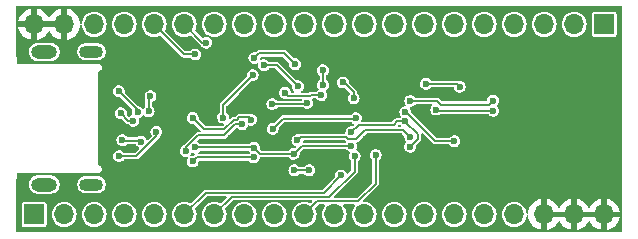
<source format=gbr>
%TF.GenerationSoftware,KiCad,Pcbnew,8.0.0-rc2-179-gceb8beb8c4*%
%TF.CreationDate,2024-02-16T13:12:57+01:00*%
%TF.ProjectId,CAT_MEP,4341545f-4d45-4502-9e6b-696361645f70,rev?*%
%TF.SameCoordinates,Original*%
%TF.FileFunction,Copper,L2,Bot*%
%TF.FilePolarity,Positive*%
%FSLAX46Y46*%
G04 Gerber Fmt 4.6, Leading zero omitted, Abs format (unit mm)*
G04 Created by KiCad (PCBNEW 8.0.0-rc2-179-gceb8beb8c4) date 2024-02-16 13:12:57*
%MOMM*%
%LPD*%
G01*
G04 APERTURE LIST*
%TA.AperFunction,ComponentPad*%
%ADD10O,2.000000X1.050000*%
%TD*%
%TA.AperFunction,ComponentPad*%
%ADD11O,2.200000X1.150000*%
%TD*%
%TA.AperFunction,ComponentPad*%
%ADD12R,1.700000X1.700000*%
%TD*%
%TA.AperFunction,ComponentPad*%
%ADD13O,1.700000X1.700000*%
%TD*%
%TA.AperFunction,ViaPad*%
%ADD14C,0.600000*%
%TD*%
%TA.AperFunction,ViaPad*%
%ADD15C,0.300000*%
%TD*%
%TA.AperFunction,Conductor*%
%ADD16C,0.150000*%
%TD*%
G04 APERTURE END LIST*
D10*
%TO.P,J1,S1,SHIELD*%
%TO.N,unconnected-(J1-SHIELD-PadS1)_0*%
X105850000Y-46180000D03*
D11*
X101850000Y-46180000D03*
D10*
X105850000Y-57420000D03*
D11*
X101850000Y-57420000D03*
%TD*%
D12*
%TO.P,J2,1*%
%TO.N,+5V*%
X149260000Y-43850000D03*
D13*
%TO.P,J2,2*%
X146720000Y-43850000D03*
%TO.P,J2,3*%
%TO.N,/A0*%
X144180000Y-43850000D03*
%TO.P,J2,4*%
%TO.N,/A1*%
X141640000Y-43850000D03*
%TO.P,J2,5*%
%TO.N,/A2*%
X139100000Y-43850000D03*
%TO.P,J2,6*%
%TO.N,/A3*%
X136560000Y-43850000D03*
%TO.P,J2,7*%
%TO.N,/A4*%
X134020000Y-43850000D03*
%TO.P,J2,8*%
%TO.N,/A5*%
X131480000Y-43850000D03*
%TO.P,J2,9*%
%TO.N,/A6*%
X128940000Y-43850000D03*
%TO.P,J2,10*%
%TO.N,/A7*%
X126400000Y-43850000D03*
%TO.P,J2,11*%
%TO.N,/A8*%
X123860000Y-43850000D03*
%TO.P,J2,12*%
%TO.N,/A9*%
X121320000Y-43850000D03*
%TO.P,J2,13*%
%TO.N,/A10*%
X118780000Y-43850000D03*
%TO.P,J2,14*%
%TO.N,/A11*%
X116240000Y-43850000D03*
%TO.P,J2,15*%
%TO.N,/A12*%
X113700000Y-43850000D03*
%TO.P,J2,16*%
%TO.N,/A13*%
X111160000Y-43850000D03*
%TO.P,J2,17*%
%TO.N,/A14*%
X108620000Y-43850000D03*
%TO.P,J2,18*%
%TO.N,/A15*%
X106080000Y-43850000D03*
%TO.P,J2,19*%
%TO.N,GND*%
X103540000Y-43850000D03*
%TO.P,J2,20*%
X101000000Y-43850000D03*
%TD*%
D12*
%TO.P,J3,1*%
%TO.N,+3V3*%
X101000000Y-59950000D03*
D13*
%TO.P,J3,2*%
X103540000Y-59950000D03*
%TO.P,J3,3*%
X106080000Y-59950000D03*
%TO.P,J3,4*%
%TO.N,/B0*%
X108620000Y-59950000D03*
%TO.P,J3,5*%
%TO.N,/B1*%
X111160000Y-59950000D03*
%TO.P,J3,6*%
%TO.N,/B2*%
X113700000Y-59950000D03*
%TO.P,J3,7*%
%TO.N,/B3*%
X116240000Y-59950000D03*
%TO.P,J3,8*%
%TO.N,/B4*%
X118780000Y-59950000D03*
%TO.P,J3,9*%
%TO.N,/B5*%
X121320000Y-59950000D03*
%TO.P,J3,10*%
%TO.N,/B6*%
X123860000Y-59950000D03*
%TO.P,J3,11*%
%TO.N,/B7*%
X126400000Y-59950000D03*
%TO.P,J3,12*%
%TO.N,/B8*%
X128940000Y-59950000D03*
%TO.P,J3,13*%
%TO.N,/B9*%
X131480000Y-59950000D03*
%TO.P,J3,14*%
%TO.N,/B10*%
X134020000Y-59950000D03*
%TO.P,J3,15*%
%TO.N,/B11*%
X136560000Y-59950000D03*
%TO.P,J3,16*%
%TO.N,/B12*%
X139100000Y-59950000D03*
%TO.P,J3,17*%
%TO.N,/B13*%
X141640000Y-59950000D03*
%TO.P,J3,18*%
%TO.N,GND*%
X144180000Y-59950000D03*
%TO.P,J3,19*%
X146720000Y-59950000D03*
%TO.P,J3,20*%
X149260000Y-59950000D03*
%TD*%
D14*
%TO.N,GND*%
X144000000Y-48000000D03*
D15*
X112230000Y-47320000D03*
X140730000Y-57720000D03*
X122630000Y-59520000D03*
D14*
X131600000Y-51150000D03*
X142000000Y-54000000D03*
X116271064Y-52075713D03*
D15*
X137830000Y-43420000D03*
X100130000Y-58520000D03*
X131030000Y-57620000D03*
X110930000Y-46820000D03*
X142230000Y-45120000D03*
X120430000Y-54220000D03*
D14*
X146000000Y-46000000D03*
D15*
X110930000Y-45520000D03*
D14*
X150000000Y-54000000D03*
X148000000Y-56000000D03*
D15*
X125130000Y-44320000D03*
X137830000Y-60820000D03*
X138630000Y-45120000D03*
D14*
X107450000Y-47350000D03*
D15*
X120130000Y-59420000D03*
X112430000Y-43920000D03*
X135230000Y-60820000D03*
X111930000Y-57520000D03*
D14*
X150000000Y-50000000D03*
D15*
X117230000Y-44820000D03*
X104730000Y-60920000D03*
D14*
X129100000Y-53600000D03*
D15*
X141030000Y-45120000D03*
X119730000Y-53320000D03*
X145730000Y-42820000D03*
D14*
X146000000Y-52000000D03*
D15*
X134730000Y-46120000D03*
D14*
X117677700Y-53475000D03*
X146000000Y-58000000D03*
D15*
X131030000Y-45120000D03*
D14*
X150000000Y-46000000D03*
X148000000Y-46000000D03*
D15*
X100130000Y-45820000D03*
X117530000Y-43320000D03*
X133330000Y-45420000D03*
X119030000Y-47120000D03*
D14*
X148000000Y-48000000D03*
D15*
X127730000Y-44320000D03*
X117830000Y-44820000D03*
D14*
X125110000Y-51020000D03*
D15*
X112130000Y-45520000D03*
D14*
X148000000Y-58000000D03*
D15*
X107730000Y-57120000D03*
X121630000Y-53920000D03*
X140230000Y-58720000D03*
X137830000Y-44320000D03*
X139730000Y-57720000D03*
D14*
X107500000Y-56200000D03*
D15*
X121330000Y-46820000D03*
D14*
X118950000Y-56000000D03*
D15*
X134730000Y-58220000D03*
X102330000Y-60820000D03*
X132730000Y-60820000D03*
D14*
X131200000Y-54850000D03*
D15*
X106130000Y-58620000D03*
D14*
X123000000Y-57550000D03*
X150000000Y-56000000D03*
D15*
X107430000Y-44520000D03*
X147830000Y-43020000D03*
X109130000Y-45120000D03*
X112430000Y-60820000D03*
X132030000Y-45120000D03*
X122630000Y-60520000D03*
X135730000Y-58220000D03*
X109830000Y-42920000D03*
X133230000Y-58720000D03*
X103830000Y-57220000D03*
X109130000Y-46220000D03*
X118630000Y-50720000D03*
X140430000Y-60820000D03*
D14*
X131600000Y-53650000D03*
D15*
X109530000Y-46720000D03*
D14*
X144000000Y-50000000D03*
D15*
X120030000Y-44220000D03*
X142730000Y-60820000D03*
D14*
X103730000Y-58220000D03*
D15*
X132230000Y-58220000D03*
X135230000Y-58720000D03*
X112530000Y-46320000D03*
X127730000Y-43320000D03*
D14*
X137414614Y-49826000D03*
D15*
X135330000Y-43420000D03*
X102230000Y-45020000D03*
D14*
X128400000Y-57900000D03*
D15*
X127730000Y-60720000D03*
X109830000Y-60820000D03*
D14*
X144000000Y-54000000D03*
X146000000Y-56000000D03*
D15*
X122630000Y-43320000D03*
X120030000Y-43320000D03*
X107230000Y-60820000D03*
X130730000Y-45920000D03*
X118930000Y-47620000D03*
D14*
X148000000Y-50000000D03*
X128300000Y-45650000D03*
D15*
X114130000Y-45220000D03*
X132630000Y-44420000D03*
D14*
X142000000Y-56000000D03*
X150000000Y-58000000D03*
D15*
X107330000Y-42920000D03*
D14*
X139250000Y-46200000D03*
D15*
X119730000Y-47420000D03*
X110530000Y-58720000D03*
D14*
X110730000Y-57220000D03*
D15*
X142730000Y-59220000D03*
X115330000Y-44720000D03*
D14*
X138000000Y-56000000D03*
D15*
X120130000Y-60820000D03*
X132730000Y-43420000D03*
X109830000Y-49720000D03*
X112430000Y-44420000D03*
D14*
X150000000Y-52000000D03*
X124325002Y-52835000D03*
X146000000Y-54000000D03*
D15*
X130130000Y-60820000D03*
X103930000Y-46120000D03*
X130230000Y-44220000D03*
D14*
X148000000Y-54000000D03*
X142000000Y-52000000D03*
D15*
X138230000Y-57720000D03*
X131030000Y-58620000D03*
X111330000Y-49020000D03*
X111430000Y-52020000D03*
X143630000Y-45720000D03*
X120830000Y-45120000D03*
D14*
X150000000Y-48000000D03*
D15*
X137730000Y-58720000D03*
X114230000Y-57620000D03*
D14*
X117450000Y-60750000D03*
D15*
X114630000Y-42920000D03*
D14*
X144000000Y-52000000D03*
D15*
X104930000Y-45020000D03*
D14*
X129100000Y-51150000D03*
D15*
X133630000Y-56220000D03*
X137230000Y-57720000D03*
X128830000Y-54820000D03*
D14*
X114400000Y-49100000D03*
D15*
X112430000Y-42920000D03*
X125130000Y-43320000D03*
D14*
X137500000Y-46150000D03*
X144000000Y-58000000D03*
D15*
X105030000Y-42920000D03*
D14*
X116550000Y-48050000D03*
X109730000Y-57220000D03*
D15*
X122630000Y-44220000D03*
D14*
X138000000Y-54000000D03*
X108730000Y-58220000D03*
D15*
X120430000Y-52020000D03*
X142930000Y-43220000D03*
D14*
X140000000Y-56000000D03*
X110730000Y-56220000D03*
X120350000Y-48750000D03*
D15*
X121730000Y-45120000D03*
D14*
X144000000Y-56000000D03*
X134850000Y-47700000D03*
X142000000Y-50000000D03*
X146000000Y-48000000D03*
D15*
X112530000Y-59120000D03*
X108030000Y-45820000D03*
X130230000Y-59620000D03*
X106530000Y-45220000D03*
D14*
X140000000Y-54000000D03*
D15*
X141930000Y-47020000D03*
X100130000Y-57220000D03*
X110430000Y-48520000D03*
D14*
X148000000Y-52000000D03*
X146000000Y-50000000D03*
X119750000Y-50650000D03*
D15*
X118330000Y-46920000D03*
X130230000Y-43420000D03*
X125530000Y-56520000D03*
X140330000Y-43220000D03*
D14*
%TO.N,+3V3*%
X128055913Y-50105913D03*
X127137500Y-48771385D03*
X134194828Y-48890972D03*
X117001081Y-51748482D03*
X137021995Y-49128968D03*
X119504074Y-48145926D03*
%TO.N,Net-(U2-VREG_VOUT)*%
X132838654Y-54218172D03*
X127848873Y-52987500D03*
X132437502Y-52075000D03*
%TO.N,/RESET*%
X124289850Y-56208979D03*
X123032150Y-56208979D03*
%TO.N,VBUS*%
X110850000Y-49925000D03*
X108191428Y-55005921D03*
X110700000Y-51206776D03*
X111354074Y-52945926D03*
%TO.N,/SWD_CLK*%
X109764144Y-51290195D03*
X122969465Y-54825002D03*
X127837500Y-54143602D03*
X119635119Y-54308857D03*
X108159615Y-49512363D03*
X114650000Y-54279233D03*
%TO.N,Net-(J1-D+-PadA6)*%
X108336091Y-51386091D03*
X109410000Y-52030000D03*
%TO.N,/SWD_DIO*%
X110050000Y-53800000D03*
X108471931Y-53658716D03*
X114420000Y-55460000D03*
X119587502Y-55107442D03*
%TO.N,/A12*%
X115550000Y-45400000D03*
X123325000Y-49100000D03*
X120448356Y-47302761D03*
%TO.N,/A13*%
X125450000Y-48975000D03*
X114650000Y-46400000D03*
X125450000Y-47750000D03*
X123100000Y-47225000D03*
X119650000Y-46700000D03*
%TO.N,/A15*%
X124130000Y-50500000D03*
X121170000Y-50600000D03*
%TO.N,/A14*%
X125323046Y-49856477D03*
X122250000Y-49650000D03*
%TO.N,/B6*%
X129912119Y-54915317D03*
%TO.N,/B2*%
X126981000Y-56650000D03*
%TO.N,/B3*%
X128131517Y-55007554D03*
%TO.N,/DM*%
X132437502Y-51274997D03*
X119354676Y-51920000D03*
X128237498Y-51793199D03*
X136581447Y-53751350D03*
X121200000Y-52700000D03*
X114420956Y-51775000D03*
%TO.N,/DP*%
X132850161Y-53393333D03*
X113830000Y-54565000D03*
X118607105Y-52300000D03*
X123290000Y-53675002D03*
%TO.N,Net-(U2-SPI_SD0)*%
X135050000Y-51070000D03*
X139875000Y-51175000D03*
%TO.N,Net-(U2-SPI_SD3)*%
X132847042Y-50339648D03*
X139860273Y-50318971D03*
%TD*%
D16*
%TO.N,+3V3*%
X136783999Y-48890972D02*
X137021995Y-49128968D01*
X127137500Y-48771385D02*
X127221385Y-48771385D01*
X117001081Y-51748482D02*
X117001081Y-50648919D01*
X117001081Y-50648919D02*
X119504074Y-48145926D01*
X134194828Y-48890972D02*
X136783999Y-48890972D01*
X128055913Y-49605913D02*
X128055913Y-50105913D01*
X127221385Y-48771385D02*
X128055913Y-49605913D01*
%TO.N,Net-(U2-VREG_VOUT)*%
X127848873Y-52987500D02*
X128468174Y-52368199D01*
X128468174Y-52368199D02*
X131431801Y-52368199D01*
X132838654Y-54218172D02*
X133510000Y-53546826D01*
X131431801Y-52368199D02*
X131725000Y-52075000D01*
X133510000Y-53546826D02*
X133510000Y-53154974D01*
X133510000Y-53154974D02*
X132437502Y-52082476D01*
X131725000Y-52075000D02*
X132437502Y-52075000D01*
X132437502Y-52082476D02*
X132437502Y-52075000D01*
%TO.N,/RESET*%
X124289850Y-56208979D02*
X123032150Y-56208979D01*
%TO.N,VBUS*%
X111354074Y-53309099D02*
X111354074Y-52945926D01*
X110700000Y-50075000D02*
X110850000Y-49925000D01*
X110700000Y-51206776D02*
X110700000Y-50075000D01*
X109657252Y-55005921D02*
X111354074Y-53309099D01*
X108191428Y-55005921D02*
X109657252Y-55005921D01*
%TO.N,/SWD_CLK*%
X109764144Y-51290195D02*
X109764144Y-51116892D01*
X127837500Y-54143602D02*
X127831398Y-54137500D01*
X119635119Y-54308857D02*
X119605495Y-54279233D01*
X119605495Y-54279233D02*
X114650000Y-54279233D01*
X122974998Y-54825002D02*
X122969465Y-54825002D01*
X109764144Y-51116892D02*
X108159615Y-49512363D01*
X120151264Y-54825002D02*
X122969465Y-54825002D01*
X119635119Y-54308857D02*
X120151264Y-54825002D01*
X123662500Y-54137500D02*
X122974998Y-54825002D01*
X127831398Y-54137500D02*
X123662500Y-54137500D01*
%TO.N,Net-(J1-D+-PadA6)*%
X108980000Y-52030000D02*
X108336091Y-51386091D01*
X109410000Y-52030000D02*
X108980000Y-52030000D01*
%TO.N,/SWD_DIO*%
X114772558Y-55107442D02*
X119587502Y-55107442D01*
X109950000Y-53700000D02*
X108513215Y-53700000D01*
X114420000Y-55460000D02*
X114772558Y-55107442D01*
X108513215Y-53700000D02*
X108471931Y-53658716D01*
X110050000Y-53800000D02*
X109950000Y-53700000D01*
%TO.N,/A12*%
X121527761Y-47302761D02*
X123325000Y-49100000D01*
X120448356Y-47302761D02*
X121527761Y-47302761D01*
X115250000Y-45400000D02*
X115550000Y-45400000D01*
X113700000Y-43850000D02*
X115250000Y-45400000D01*
%TO.N,/A13*%
X119650000Y-46700000D02*
X120030000Y-46320000D01*
X125450000Y-48975000D02*
X125450000Y-47750000D01*
X113710000Y-46400000D02*
X111160000Y-43850000D01*
X114650000Y-46400000D02*
X113710000Y-46400000D01*
X120030000Y-46320000D02*
X122195000Y-46320000D01*
X122195000Y-46320000D02*
X123100000Y-47225000D01*
%TO.N,/A15*%
X124130000Y-50500000D02*
X124030000Y-50600000D01*
X124030000Y-50600000D02*
X121170000Y-50600000D01*
%TO.N,/A14*%
X124400346Y-49856477D02*
X125323046Y-49856477D01*
X122500000Y-49900000D02*
X124356823Y-49900000D01*
X122250000Y-49650000D02*
X122500000Y-49900000D01*
X124356823Y-49900000D02*
X124400346Y-49856477D01*
%TO.N,/B6*%
X129912119Y-57337881D02*
X128425000Y-58825000D01*
X124985000Y-58825000D02*
X123860000Y-59950000D01*
X128425000Y-58825000D02*
X124985000Y-58825000D01*
X129912119Y-54915317D02*
X129912119Y-57337881D01*
%TO.N,/B2*%
X115525000Y-58125000D02*
X113700000Y-59950000D01*
X125506000Y-58125000D02*
X115525000Y-58125000D01*
X126981000Y-56650000D02*
X125506000Y-58125000D01*
%TO.N,/B3*%
X125975000Y-58475000D02*
X117715000Y-58475000D01*
X128131517Y-56318483D02*
X125975000Y-58475000D01*
X117715000Y-58475000D02*
X116240000Y-59950000D01*
X128131517Y-55007554D02*
X128131517Y-56318483D01*
%TO.N,/DM*%
X136581447Y-53751350D02*
X134971350Y-53751350D01*
X122054031Y-51845969D02*
X128184728Y-51845969D01*
X117894553Y-51950000D02*
X117094553Y-52750000D01*
X118143932Y-51950000D02*
X117894553Y-51950000D01*
X118368932Y-51725000D02*
X118143932Y-51950000D01*
X119159676Y-51725000D02*
X118368932Y-51725000D01*
X117094553Y-52750000D02*
X115395956Y-52750000D01*
X134971350Y-53751350D02*
X132494997Y-51274997D01*
X132494997Y-51274997D02*
X132437502Y-51274997D01*
X121200000Y-52700000D02*
X122054031Y-51845969D01*
X128184728Y-51845969D02*
X128237498Y-51793199D01*
X119354676Y-51920000D02*
X119159676Y-51725000D01*
X115395956Y-52750000D02*
X114420956Y-51775000D01*
%TO.N,/DP*%
X127434327Y-53410000D02*
X127586827Y-53562500D01*
X114860000Y-53250000D02*
X117089527Y-53250000D01*
X127586827Y-53562500D02*
X128237500Y-53562500D01*
X128237500Y-53562500D02*
X129000000Y-52800000D01*
X129000000Y-52800000D02*
X132256828Y-52800000D01*
X123290000Y-53675002D02*
X123555002Y-53410000D01*
X113830000Y-54280000D02*
X114860000Y-53250000D01*
X117089527Y-53250000D02*
X118039527Y-52300000D01*
X132256828Y-52800000D02*
X132850161Y-53393333D01*
X113830000Y-54565000D02*
X113830000Y-54280000D01*
X118039527Y-52300000D02*
X118607105Y-52300000D01*
X123555002Y-53410000D02*
X127434327Y-53410000D01*
%TO.N,Net-(U2-SPI_SD0)*%
X135050000Y-51070000D02*
X135155000Y-51175000D01*
X135155000Y-51175000D02*
X139875000Y-51175000D01*
%TO.N,Net-(U2-SPI_SD3)*%
X132847042Y-50339648D02*
X135132821Y-50339648D01*
X139529244Y-50650000D02*
X139860273Y-50318971D01*
X135132821Y-50339648D02*
X135443173Y-50650000D01*
X135443173Y-50650000D02*
X139529244Y-50650000D01*
%TD*%
%TA.AperFunction,Conductor*%
%TO.N,GND*%
G36*
X146254075Y-59757007D02*
G01*
X146220000Y-59884174D01*
X146220000Y-60015826D01*
X146254075Y-60142993D01*
X146286988Y-60200000D01*
X144613012Y-60200000D01*
X144645925Y-60142993D01*
X144680000Y-60015826D01*
X144680000Y-59884174D01*
X144645925Y-59757007D01*
X144613012Y-59700000D01*
X146286988Y-59700000D01*
X146254075Y-59757007D01*
G37*
%TD.AperFunction*%
%TA.AperFunction,Conductor*%
G36*
X148794075Y-59757007D02*
G01*
X148760000Y-59884174D01*
X148760000Y-60015826D01*
X148794075Y-60142993D01*
X148826988Y-60200000D01*
X147153012Y-60200000D01*
X147185925Y-60142993D01*
X147220000Y-60015826D01*
X147220000Y-59884174D01*
X147185925Y-59757007D01*
X147153012Y-59700000D01*
X148826988Y-59700000D01*
X148794075Y-59757007D01*
G37*
%TD.AperFunction*%
%TA.AperFunction,Conductor*%
G36*
X103074075Y-43657007D02*
G01*
X103040000Y-43784174D01*
X103040000Y-43915826D01*
X103074075Y-44042993D01*
X103106988Y-44100000D01*
X101433012Y-44100000D01*
X101465925Y-44042993D01*
X101500000Y-43915826D01*
X101500000Y-43784174D01*
X101465925Y-43657007D01*
X101433012Y-43600000D01*
X103106988Y-43600000D01*
X103074075Y-43657007D01*
G37*
%TD.AperFunction*%
%TA.AperFunction,Conductor*%
G36*
X150768326Y-42341674D02*
G01*
X150790000Y-42394000D01*
X150790000Y-61396000D01*
X150768326Y-61448326D01*
X150716000Y-61470000D01*
X99544635Y-61470000D01*
X99492309Y-61448326D01*
X99470635Y-61396000D01*
X99470638Y-61395367D01*
X99471620Y-61280634D01*
X99475563Y-60819746D01*
X99949500Y-60819746D01*
X99961133Y-60878232D01*
X99990608Y-60922343D01*
X100005448Y-60944552D01*
X100049560Y-60974027D01*
X100071767Y-60988866D01*
X100071768Y-60988866D01*
X100071769Y-60988867D01*
X100130252Y-61000500D01*
X100130254Y-61000500D01*
X101869746Y-61000500D01*
X101869748Y-61000500D01*
X101928231Y-60988867D01*
X101994552Y-60944552D01*
X102038867Y-60878231D01*
X102050500Y-60819748D01*
X102050500Y-59950000D01*
X102484417Y-59950000D01*
X102504700Y-60155935D01*
X102518067Y-60200000D01*
X102564768Y-60353954D01*
X102662315Y-60536450D01*
X102793590Y-60696410D01*
X102953550Y-60827685D01*
X103136046Y-60925232D01*
X103334066Y-60985300D01*
X103540000Y-61005583D01*
X103745934Y-60985300D01*
X103943954Y-60925232D01*
X104126450Y-60827685D01*
X104286410Y-60696410D01*
X104417685Y-60536450D01*
X104515232Y-60353954D01*
X104575300Y-60155934D01*
X104595583Y-59950000D01*
X105024417Y-59950000D01*
X105044700Y-60155935D01*
X105058067Y-60200000D01*
X105104768Y-60353954D01*
X105202315Y-60536450D01*
X105333590Y-60696410D01*
X105493550Y-60827685D01*
X105676046Y-60925232D01*
X105874066Y-60985300D01*
X106080000Y-61005583D01*
X106285934Y-60985300D01*
X106483954Y-60925232D01*
X106666450Y-60827685D01*
X106826410Y-60696410D01*
X106957685Y-60536450D01*
X107055232Y-60353954D01*
X107115300Y-60155934D01*
X107135583Y-59950000D01*
X107564417Y-59950000D01*
X107584700Y-60155935D01*
X107598067Y-60200000D01*
X107644768Y-60353954D01*
X107742315Y-60536450D01*
X107873590Y-60696410D01*
X108033550Y-60827685D01*
X108216046Y-60925232D01*
X108414066Y-60985300D01*
X108620000Y-61005583D01*
X108825934Y-60985300D01*
X109023954Y-60925232D01*
X109206450Y-60827685D01*
X109366410Y-60696410D01*
X109497685Y-60536450D01*
X109595232Y-60353954D01*
X109655300Y-60155934D01*
X109675583Y-59950000D01*
X110104417Y-59950000D01*
X110124700Y-60155935D01*
X110138067Y-60200000D01*
X110184768Y-60353954D01*
X110282315Y-60536450D01*
X110413590Y-60696410D01*
X110573550Y-60827685D01*
X110756046Y-60925232D01*
X110954066Y-60985300D01*
X111160000Y-61005583D01*
X111365934Y-60985300D01*
X111563954Y-60925232D01*
X111746450Y-60827685D01*
X111906410Y-60696410D01*
X112037685Y-60536450D01*
X112135232Y-60353954D01*
X112195300Y-60155934D01*
X112215583Y-59950000D01*
X112644417Y-59950000D01*
X112664700Y-60155935D01*
X112678067Y-60200000D01*
X112724768Y-60353954D01*
X112822315Y-60536450D01*
X112953590Y-60696410D01*
X113113550Y-60827685D01*
X113296046Y-60925232D01*
X113494066Y-60985300D01*
X113700000Y-61005583D01*
X113905934Y-60985300D01*
X114103954Y-60925232D01*
X114286450Y-60827685D01*
X114446410Y-60696410D01*
X114577685Y-60536450D01*
X114675232Y-60353954D01*
X114735300Y-60155934D01*
X114755583Y-59950000D01*
X114735300Y-59744066D01*
X114675232Y-59546046D01*
X114637823Y-59476061D01*
X114632272Y-59419699D01*
X114650758Y-59388855D01*
X115617442Y-58422174D01*
X115669768Y-58400500D01*
X117221233Y-58400500D01*
X117273559Y-58422174D01*
X117295233Y-58474500D01*
X117273559Y-58526826D01*
X116801145Y-58999238D01*
X116748819Y-59020912D01*
X116713936Y-59012174D01*
X116643958Y-58974769D01*
X116445935Y-58914700D01*
X116240000Y-58894417D01*
X116034064Y-58914700D01*
X115836043Y-58974769D01*
X115653549Y-59072315D01*
X115493590Y-59203589D01*
X115493589Y-59203590D01*
X115362315Y-59363549D01*
X115264769Y-59546043D01*
X115204700Y-59744064D01*
X115184417Y-59950000D01*
X115204700Y-60155935D01*
X115218067Y-60200000D01*
X115264768Y-60353954D01*
X115362315Y-60536450D01*
X115493590Y-60696410D01*
X115653550Y-60827685D01*
X115836046Y-60925232D01*
X116034066Y-60985300D01*
X116240000Y-61005583D01*
X116445934Y-60985300D01*
X116643954Y-60925232D01*
X116826450Y-60827685D01*
X116986410Y-60696410D01*
X117117685Y-60536450D01*
X117215232Y-60353954D01*
X117275300Y-60155934D01*
X117295583Y-59950000D01*
X117724417Y-59950000D01*
X117744700Y-60155935D01*
X117758067Y-60200000D01*
X117804768Y-60353954D01*
X117902315Y-60536450D01*
X118033590Y-60696410D01*
X118193550Y-60827685D01*
X118376046Y-60925232D01*
X118574066Y-60985300D01*
X118780000Y-61005583D01*
X118985934Y-60985300D01*
X119183954Y-60925232D01*
X119366450Y-60827685D01*
X119526410Y-60696410D01*
X119657685Y-60536450D01*
X119755232Y-60353954D01*
X119815300Y-60155934D01*
X119835583Y-59950000D01*
X120264417Y-59950000D01*
X120284700Y-60155935D01*
X120298067Y-60200000D01*
X120344768Y-60353954D01*
X120442315Y-60536450D01*
X120573590Y-60696410D01*
X120733550Y-60827685D01*
X120916046Y-60925232D01*
X121114066Y-60985300D01*
X121320000Y-61005583D01*
X121525934Y-60985300D01*
X121723954Y-60925232D01*
X121906450Y-60827685D01*
X122066410Y-60696410D01*
X122197685Y-60536450D01*
X122295232Y-60353954D01*
X122355300Y-60155934D01*
X122375583Y-59950000D01*
X122355300Y-59744066D01*
X122295232Y-59546046D01*
X122197685Y-59363550D01*
X122066410Y-59203590D01*
X121906450Y-59072315D01*
X121723954Y-58974768D01*
X121539068Y-58918684D01*
X121525935Y-58914700D01*
X121489718Y-58911133D01*
X121357835Y-58898143D01*
X121322311Y-58879155D01*
X121282165Y-58898143D01*
X121166927Y-58909493D01*
X121114064Y-58914700D01*
X120916043Y-58974769D01*
X120733549Y-59072315D01*
X120573590Y-59203589D01*
X120573589Y-59203590D01*
X120442315Y-59363549D01*
X120344769Y-59546043D01*
X120284700Y-59744064D01*
X120264417Y-59950000D01*
X119835583Y-59950000D01*
X119815300Y-59744066D01*
X119755232Y-59546046D01*
X119657685Y-59363550D01*
X119526410Y-59203590D01*
X119366450Y-59072315D01*
X119183954Y-58974768D01*
X118999068Y-58918684D01*
X118985935Y-58914700D01*
X118949718Y-58911133D01*
X118817835Y-58898143D01*
X118782311Y-58879155D01*
X118742165Y-58898143D01*
X118626927Y-58909493D01*
X118574064Y-58914700D01*
X118376043Y-58974769D01*
X118193549Y-59072315D01*
X118033590Y-59203589D01*
X118033589Y-59203590D01*
X117902315Y-59363549D01*
X117804769Y-59546043D01*
X117744700Y-59744064D01*
X117724417Y-59950000D01*
X117295583Y-59950000D01*
X117275300Y-59744066D01*
X117215232Y-59546046D01*
X117177823Y-59476061D01*
X117172272Y-59419699D01*
X117190758Y-59388855D01*
X117807441Y-58772174D01*
X117859767Y-58750500D01*
X118734911Y-58750500D01*
X118777657Y-58768206D01*
X118778144Y-58767297D01*
X118825089Y-58750500D01*
X121274911Y-58750500D01*
X121317657Y-58768206D01*
X121318144Y-58767297D01*
X121365089Y-58750500D01*
X123814911Y-58750500D01*
X123857657Y-58768206D01*
X123858144Y-58767297D01*
X123905089Y-58750500D01*
X124491232Y-58750500D01*
X124543558Y-58772174D01*
X124565232Y-58824500D01*
X124543558Y-58876826D01*
X124421145Y-58999238D01*
X124368819Y-59020912D01*
X124333936Y-59012174D01*
X124263958Y-58974769D01*
X124065935Y-58914700D01*
X124029718Y-58911133D01*
X123897835Y-58898143D01*
X123862311Y-58879155D01*
X123822165Y-58898143D01*
X123706927Y-58909493D01*
X123654064Y-58914700D01*
X123456043Y-58974769D01*
X123273549Y-59072315D01*
X123113590Y-59203589D01*
X123113589Y-59203590D01*
X122982315Y-59363549D01*
X122884769Y-59546043D01*
X122824700Y-59744064D01*
X122804417Y-59950000D01*
X122824700Y-60155935D01*
X122838067Y-60200000D01*
X122884768Y-60353954D01*
X122982315Y-60536450D01*
X123113590Y-60696410D01*
X123273550Y-60827685D01*
X123456046Y-60925232D01*
X123654066Y-60985300D01*
X123860000Y-61005583D01*
X124065934Y-60985300D01*
X124263954Y-60925232D01*
X124446450Y-60827685D01*
X124606410Y-60696410D01*
X124737685Y-60536450D01*
X124835232Y-60353954D01*
X124895300Y-60155934D01*
X124915583Y-59950000D01*
X124895300Y-59744066D01*
X124835232Y-59546046D01*
X124797823Y-59476061D01*
X124792272Y-59419699D01*
X124810758Y-59388856D01*
X125077442Y-59122174D01*
X125129768Y-59100500D01*
X125581734Y-59100500D01*
X125634060Y-59122174D01*
X125655734Y-59174500D01*
X125638937Y-59221445D01*
X125522315Y-59363549D01*
X125424769Y-59546043D01*
X125364700Y-59744064D01*
X125344417Y-59950000D01*
X125364700Y-60155935D01*
X125378067Y-60200000D01*
X125424768Y-60353954D01*
X125522315Y-60536450D01*
X125653590Y-60696410D01*
X125813550Y-60827685D01*
X125996046Y-60925232D01*
X126194066Y-60985300D01*
X126400000Y-61005583D01*
X126605934Y-60985300D01*
X126803954Y-60925232D01*
X126986450Y-60827685D01*
X127146410Y-60696410D01*
X127277685Y-60536450D01*
X127375232Y-60353954D01*
X127435300Y-60155934D01*
X127455583Y-59950000D01*
X127435300Y-59744066D01*
X127375232Y-59546046D01*
X127277685Y-59363550D01*
X127161062Y-59221444D01*
X127144622Y-59167247D01*
X127171321Y-59117297D01*
X127218266Y-59100500D01*
X128121734Y-59100500D01*
X128174060Y-59122174D01*
X128195734Y-59174500D01*
X128178937Y-59221445D01*
X128062315Y-59363549D01*
X127964769Y-59546043D01*
X127904700Y-59744064D01*
X127884417Y-59950000D01*
X127904700Y-60155935D01*
X127918067Y-60200000D01*
X127964768Y-60353954D01*
X128062315Y-60536450D01*
X128193590Y-60696410D01*
X128353550Y-60827685D01*
X128536046Y-60925232D01*
X128734066Y-60985300D01*
X128940000Y-61005583D01*
X129145934Y-60985300D01*
X129343954Y-60925232D01*
X129526450Y-60827685D01*
X129686410Y-60696410D01*
X129817685Y-60536450D01*
X129915232Y-60353954D01*
X129975300Y-60155934D01*
X129995583Y-59950000D01*
X130424417Y-59950000D01*
X130444700Y-60155935D01*
X130458067Y-60200000D01*
X130504768Y-60353954D01*
X130602315Y-60536450D01*
X130733590Y-60696410D01*
X130893550Y-60827685D01*
X131076046Y-60925232D01*
X131274066Y-60985300D01*
X131480000Y-61005583D01*
X131685934Y-60985300D01*
X131883954Y-60925232D01*
X132066450Y-60827685D01*
X132226410Y-60696410D01*
X132357685Y-60536450D01*
X132455232Y-60353954D01*
X132515300Y-60155934D01*
X132535583Y-59950000D01*
X132964417Y-59950000D01*
X132984700Y-60155935D01*
X132998067Y-60200000D01*
X133044768Y-60353954D01*
X133142315Y-60536450D01*
X133273590Y-60696410D01*
X133433550Y-60827685D01*
X133616046Y-60925232D01*
X133814066Y-60985300D01*
X134020000Y-61005583D01*
X134225934Y-60985300D01*
X134423954Y-60925232D01*
X134606450Y-60827685D01*
X134766410Y-60696410D01*
X134897685Y-60536450D01*
X134995232Y-60353954D01*
X135055300Y-60155934D01*
X135075583Y-59950000D01*
X135504417Y-59950000D01*
X135524700Y-60155935D01*
X135538067Y-60200000D01*
X135584768Y-60353954D01*
X135682315Y-60536450D01*
X135813590Y-60696410D01*
X135973550Y-60827685D01*
X136156046Y-60925232D01*
X136354066Y-60985300D01*
X136560000Y-61005583D01*
X136765934Y-60985300D01*
X136963954Y-60925232D01*
X137146450Y-60827685D01*
X137306410Y-60696410D01*
X137437685Y-60536450D01*
X137535232Y-60353954D01*
X137595300Y-60155934D01*
X137615583Y-59950000D01*
X138044417Y-59950000D01*
X138064700Y-60155935D01*
X138078067Y-60200000D01*
X138124768Y-60353954D01*
X138222315Y-60536450D01*
X138353590Y-60696410D01*
X138513550Y-60827685D01*
X138696046Y-60925232D01*
X138894066Y-60985300D01*
X139100000Y-61005583D01*
X139305934Y-60985300D01*
X139503954Y-60925232D01*
X139686450Y-60827685D01*
X139846410Y-60696410D01*
X139977685Y-60536450D01*
X140075232Y-60353954D01*
X140135300Y-60155934D01*
X140155583Y-59950000D01*
X140584417Y-59950000D01*
X140604700Y-60155935D01*
X140618067Y-60200000D01*
X140664768Y-60353954D01*
X140762315Y-60536450D01*
X140893590Y-60696410D01*
X141053550Y-60827685D01*
X141236046Y-60925232D01*
X141434066Y-60985300D01*
X141640000Y-61005583D01*
X141845934Y-60985300D01*
X142043954Y-60925232D01*
X142226450Y-60827685D01*
X142386410Y-60696410D01*
X142517685Y-60536450D01*
X142615232Y-60353954D01*
X142675300Y-60155934D01*
X142686033Y-60046952D01*
X142712732Y-59997004D01*
X142766930Y-59980563D01*
X142816880Y-60007262D01*
X142833395Y-60047757D01*
X142845430Y-60185318D01*
X142845431Y-60185325D01*
X142906566Y-60413483D01*
X142906571Y-60413494D01*
X143006401Y-60627579D01*
X143141888Y-60821075D01*
X143308924Y-60988111D01*
X143502420Y-61123598D01*
X143716505Y-61223428D01*
X143716508Y-61223430D01*
X143930000Y-61280634D01*
X143930000Y-60383012D01*
X143987007Y-60415925D01*
X144114174Y-60450000D01*
X144245826Y-60450000D01*
X144372993Y-60415925D01*
X144430000Y-60383012D01*
X144430000Y-61280634D01*
X144643491Y-61223430D01*
X144643494Y-61223428D01*
X144857579Y-61123598D01*
X145051075Y-60988111D01*
X145218111Y-60821075D01*
X145353598Y-60627579D01*
X145382933Y-60564673D01*
X145424691Y-60526410D01*
X145481274Y-60528880D01*
X145517067Y-60564673D01*
X145546401Y-60627579D01*
X145681888Y-60821075D01*
X145848924Y-60988111D01*
X146042420Y-61123598D01*
X146256505Y-61223428D01*
X146256508Y-61223430D01*
X146470000Y-61280634D01*
X146470000Y-60383012D01*
X146527007Y-60415925D01*
X146654174Y-60450000D01*
X146785826Y-60450000D01*
X146912993Y-60415925D01*
X146970000Y-60383012D01*
X146970000Y-61280634D01*
X147183491Y-61223430D01*
X147183494Y-61223428D01*
X147397579Y-61123598D01*
X147591075Y-60988111D01*
X147758111Y-60821075D01*
X147893598Y-60627579D01*
X147922933Y-60564673D01*
X147964691Y-60526410D01*
X148021274Y-60528880D01*
X148057067Y-60564673D01*
X148086401Y-60627579D01*
X148221888Y-60821075D01*
X148388924Y-60988111D01*
X148582420Y-61123598D01*
X148796505Y-61223428D01*
X148796508Y-61223430D01*
X149010000Y-61280634D01*
X149010000Y-60383012D01*
X149067007Y-60415925D01*
X149194174Y-60450000D01*
X149325826Y-60450000D01*
X149452993Y-60415925D01*
X149510000Y-60383012D01*
X149510000Y-61280634D01*
X149723491Y-61223430D01*
X149723494Y-61223428D01*
X149937579Y-61123598D01*
X150131075Y-60988111D01*
X150298111Y-60821075D01*
X150433598Y-60627579D01*
X150533428Y-60413494D01*
X150533433Y-60413483D01*
X150590636Y-60200000D01*
X149693012Y-60200000D01*
X149725925Y-60142993D01*
X149760000Y-60015826D01*
X149760000Y-59884174D01*
X149725925Y-59757007D01*
X149693012Y-59700000D01*
X150590636Y-59700000D01*
X150590636Y-59699999D01*
X150533432Y-59486512D01*
X150433598Y-59272421D01*
X150298109Y-59078921D01*
X150131075Y-58911888D01*
X150131076Y-58911888D01*
X149937579Y-58776401D01*
X149723494Y-58676571D01*
X149723483Y-58676566D01*
X149510000Y-58619363D01*
X149510000Y-59516988D01*
X149452993Y-59484075D01*
X149325826Y-59450000D01*
X149194174Y-59450000D01*
X149067007Y-59484075D01*
X149010000Y-59516988D01*
X149010000Y-58619363D01*
X149009999Y-58619363D01*
X148796512Y-58676567D01*
X148582421Y-58776401D01*
X148388921Y-58911890D01*
X148221890Y-59078921D01*
X148086400Y-59272421D01*
X148057067Y-59335327D01*
X148015309Y-59373590D01*
X147958726Y-59371120D01*
X147922933Y-59335327D01*
X147893599Y-59272421D01*
X147758109Y-59078921D01*
X147591075Y-58911888D01*
X147591076Y-58911888D01*
X147397579Y-58776401D01*
X147183494Y-58676571D01*
X147183483Y-58676566D01*
X146970000Y-58619363D01*
X146970000Y-59516988D01*
X146912993Y-59484075D01*
X146785826Y-59450000D01*
X146654174Y-59450000D01*
X146527007Y-59484075D01*
X146470000Y-59516988D01*
X146470000Y-58619363D01*
X146469999Y-58619363D01*
X146256512Y-58676567D01*
X146042421Y-58776401D01*
X145848921Y-58911890D01*
X145681890Y-59078921D01*
X145546400Y-59272421D01*
X145517067Y-59335327D01*
X145475309Y-59373590D01*
X145418726Y-59371120D01*
X145382933Y-59335327D01*
X145353599Y-59272421D01*
X145218109Y-59078921D01*
X145051075Y-58911888D01*
X145051076Y-58911888D01*
X144857579Y-58776401D01*
X144643494Y-58676571D01*
X144643483Y-58676566D01*
X144430000Y-58619363D01*
X144430000Y-59516988D01*
X144372993Y-59484075D01*
X144245826Y-59450000D01*
X144114174Y-59450000D01*
X143987007Y-59484075D01*
X143930000Y-59516988D01*
X143930000Y-58619363D01*
X143929999Y-58619363D01*
X143716512Y-58676567D01*
X143502421Y-58776401D01*
X143308921Y-58911890D01*
X143141890Y-59078921D01*
X143006401Y-59272421D01*
X142906571Y-59486505D01*
X142906566Y-59486516D01*
X142845431Y-59714674D01*
X142845430Y-59714681D01*
X142833395Y-59852242D01*
X142807243Y-59902479D01*
X142753227Y-59919510D01*
X142702990Y-59893358D01*
X142686033Y-59853046D01*
X142675300Y-59744066D01*
X142615232Y-59546046D01*
X142517685Y-59363550D01*
X142386410Y-59203590D01*
X142226450Y-59072315D01*
X142043954Y-58974768D01*
X141859068Y-58918684D01*
X141845935Y-58914700D01*
X141640000Y-58894417D01*
X141434064Y-58914700D01*
X141236043Y-58974769D01*
X141053549Y-59072315D01*
X140893590Y-59203589D01*
X140893589Y-59203590D01*
X140762315Y-59363549D01*
X140664769Y-59546043D01*
X140604700Y-59744064D01*
X140584417Y-59950000D01*
X140155583Y-59950000D01*
X140135300Y-59744066D01*
X140075232Y-59546046D01*
X139977685Y-59363550D01*
X139846410Y-59203590D01*
X139686450Y-59072315D01*
X139503954Y-58974768D01*
X139319068Y-58918684D01*
X139305935Y-58914700D01*
X139100000Y-58894417D01*
X138894064Y-58914700D01*
X138696043Y-58974769D01*
X138513549Y-59072315D01*
X138353590Y-59203589D01*
X138353589Y-59203590D01*
X138222315Y-59363549D01*
X138124769Y-59546043D01*
X138064700Y-59744064D01*
X138044417Y-59950000D01*
X137615583Y-59950000D01*
X137595300Y-59744066D01*
X137535232Y-59546046D01*
X137437685Y-59363550D01*
X137306410Y-59203590D01*
X137146450Y-59072315D01*
X136963954Y-58974768D01*
X136779068Y-58918684D01*
X136765935Y-58914700D01*
X136560000Y-58894417D01*
X136354064Y-58914700D01*
X136156043Y-58974769D01*
X135973549Y-59072315D01*
X135813590Y-59203589D01*
X135813589Y-59203590D01*
X135682315Y-59363549D01*
X135584769Y-59546043D01*
X135524700Y-59744064D01*
X135504417Y-59950000D01*
X135075583Y-59950000D01*
X135055300Y-59744066D01*
X134995232Y-59546046D01*
X134897685Y-59363550D01*
X134766410Y-59203590D01*
X134606450Y-59072315D01*
X134423954Y-58974768D01*
X134239068Y-58918684D01*
X134225935Y-58914700D01*
X134020000Y-58894417D01*
X133814064Y-58914700D01*
X133616043Y-58974769D01*
X133433549Y-59072315D01*
X133273590Y-59203589D01*
X133273589Y-59203590D01*
X133142315Y-59363549D01*
X133044769Y-59546043D01*
X132984700Y-59744064D01*
X132964417Y-59950000D01*
X132535583Y-59950000D01*
X132515300Y-59744066D01*
X132455232Y-59546046D01*
X132357685Y-59363550D01*
X132226410Y-59203590D01*
X132066450Y-59072315D01*
X131883954Y-58974768D01*
X131699068Y-58918684D01*
X131685935Y-58914700D01*
X131480000Y-58894417D01*
X131274064Y-58914700D01*
X131076043Y-58974769D01*
X130893549Y-59072315D01*
X130733590Y-59203589D01*
X130733589Y-59203590D01*
X130602315Y-59363549D01*
X130504769Y-59546043D01*
X130444700Y-59744064D01*
X130424417Y-59950000D01*
X129995583Y-59950000D01*
X129975300Y-59744066D01*
X129915232Y-59546046D01*
X129817685Y-59363550D01*
X129686410Y-59203590D01*
X129526450Y-59072315D01*
X129343954Y-58974768D01*
X129159068Y-58918684D01*
X129145935Y-58914700D01*
X129077289Y-58907939D01*
X128940000Y-58894417D01*
X128939999Y-58894417D01*
X128939998Y-58894417D01*
X128929732Y-58895428D01*
X128875534Y-58878985D01*
X128848837Y-58829035D01*
X128865280Y-58774837D01*
X128870144Y-58769469D01*
X130145676Y-57493939D01*
X130187619Y-57392681D01*
X130187619Y-57283081D01*
X130187619Y-55373616D01*
X130209293Y-55321290D01*
X130221607Y-55311366D01*
X130243247Y-55297460D01*
X130254084Y-55284954D01*
X130270201Y-55266352D01*
X130337496Y-55188690D01*
X130397284Y-55057774D01*
X130417766Y-54915317D01*
X130397284Y-54772860D01*
X130337496Y-54641944D01*
X130284058Y-54580273D01*
X130243250Y-54533177D01*
X130243248Y-54533176D01*
X130243247Y-54533174D01*
X130178471Y-54491545D01*
X130122173Y-54455364D01*
X130122169Y-54455363D01*
X129984083Y-54414817D01*
X129984080Y-54414817D01*
X129840158Y-54414817D01*
X129840155Y-54414817D01*
X129702068Y-54455363D01*
X129702064Y-54455364D01*
X129580994Y-54533172D01*
X129580987Y-54533177D01*
X129486742Y-54641943D01*
X129426953Y-54772862D01*
X129406472Y-54915317D01*
X129426953Y-55057771D01*
X129426953Y-55057772D01*
X129426954Y-55057774D01*
X129453208Y-55115262D01*
X129486742Y-55188690D01*
X129580987Y-55297457D01*
X129580988Y-55297458D01*
X129580990Y-55297459D01*
X129580991Y-55297460D01*
X129602626Y-55311363D01*
X129634927Y-55357884D01*
X129636619Y-55373616D01*
X129636619Y-57193114D01*
X129614945Y-57245440D01*
X128332559Y-58527826D01*
X128280233Y-58549500D01*
X126468767Y-58549500D01*
X126416441Y-58527826D01*
X126394767Y-58475500D01*
X126416441Y-58423174D01*
X127208001Y-57631614D01*
X128365075Y-56474541D01*
X128407017Y-56373283D01*
X128407017Y-56263683D01*
X128407017Y-55465853D01*
X128428691Y-55413527D01*
X128441005Y-55403603D01*
X128462645Y-55389697D01*
X128464060Y-55388065D01*
X128490211Y-55357884D01*
X128556894Y-55280927D01*
X128616682Y-55150011D01*
X128637164Y-55007554D01*
X128616682Y-54865097D01*
X128556894Y-54734181D01*
X128493807Y-54661374D01*
X128462648Y-54625414D01*
X128462646Y-54625413D01*
X128462645Y-54625411D01*
X128395454Y-54582230D01*
X128341571Y-54547601D01*
X128341569Y-54547600D01*
X128299088Y-54535127D01*
X128254988Y-54499589D01*
X128248935Y-54443276D01*
X128260644Y-54421837D01*
X128260013Y-54421432D01*
X128262875Y-54416977D01*
X128262874Y-54416977D01*
X128262877Y-54416975D01*
X128322665Y-54286059D01*
X128343147Y-54143602D01*
X128322665Y-54001145D01*
X128287037Y-53923133D01*
X128285017Y-53866534D01*
X128323610Y-53825081D01*
X128326005Y-53824038D01*
X128393558Y-53796057D01*
X128471057Y-53718558D01*
X129092441Y-53097174D01*
X129144767Y-53075500D01*
X132112061Y-53075500D01*
X132164387Y-53097174D01*
X132332906Y-53265694D01*
X132354580Y-53318020D01*
X132353827Y-53328550D01*
X132344514Y-53393332D01*
X132364995Y-53535787D01*
X132364995Y-53535788D01*
X132364996Y-53535790D01*
X132398382Y-53608895D01*
X132424784Y-53666706D01*
X132497524Y-53750653D01*
X132515409Y-53804391D01*
X132497524Y-53847571D01*
X132413277Y-53944798D01*
X132353488Y-54075717D01*
X132333007Y-54218172D01*
X132353488Y-54360626D01*
X132353488Y-54360627D01*
X132353489Y-54360629D01*
X132387305Y-54434674D01*
X132413277Y-54491545D01*
X132507522Y-54600311D01*
X132507523Y-54600312D01*
X132507526Y-54600315D01*
X132628601Y-54678125D01*
X132710594Y-54702200D01*
X132766689Y-54718671D01*
X132766691Y-54718672D01*
X132766693Y-54718672D01*
X132910617Y-54718672D01*
X132910618Y-54718671D01*
X132919170Y-54716160D01*
X133048707Y-54678125D01*
X133169782Y-54600315D01*
X133264031Y-54491545D01*
X133323819Y-54360629D01*
X133344301Y-54218172D01*
X133334986Y-54153389D01*
X133348993Y-54098513D01*
X133355900Y-54090540D01*
X133743558Y-53702884D01*
X133785500Y-53601626D01*
X133785500Y-53492026D01*
X133785500Y-53133767D01*
X133807174Y-53081441D01*
X133859500Y-53059767D01*
X133911826Y-53081441D01*
X134737793Y-53907408D01*
X134815292Y-53984907D01*
X134916550Y-54026850D01*
X136124118Y-54026850D01*
X136176444Y-54048524D01*
X136180034Y-54052380D01*
X136250319Y-54133493D01*
X136371394Y-54211303D01*
X136477850Y-54242561D01*
X136509482Y-54251849D01*
X136509484Y-54251850D01*
X136509486Y-54251850D01*
X136653410Y-54251850D01*
X136653411Y-54251849D01*
X136791500Y-54211303D01*
X136912575Y-54133493D01*
X137006824Y-54024723D01*
X137066612Y-53893807D01*
X137087094Y-53751350D01*
X137066612Y-53608893D01*
X137006824Y-53477977D01*
X136954730Y-53417857D01*
X136912578Y-53369210D01*
X136912576Y-53369209D01*
X136912575Y-53369207D01*
X136848558Y-53328066D01*
X136791501Y-53291397D01*
X136791497Y-53291396D01*
X136653411Y-53250850D01*
X136653408Y-53250850D01*
X136509486Y-53250850D01*
X136509483Y-53250850D01*
X136371396Y-53291396D01*
X136371392Y-53291397D01*
X136278245Y-53351260D01*
X136250319Y-53369207D01*
X136180042Y-53450310D01*
X136129397Y-53475661D01*
X136124118Y-53475850D01*
X135116117Y-53475850D01*
X135063791Y-53454176D01*
X132961982Y-51352367D01*
X132940308Y-51300041D01*
X132941061Y-51289516D01*
X132943149Y-51274997D01*
X132922667Y-51132540D01*
X132862879Y-51001624D01*
X132829071Y-50962607D01*
X132811186Y-50908868D01*
X132836538Y-50858222D01*
X132884997Y-50840148D01*
X132919005Y-50840148D01*
X132919006Y-50840147D01*
X133057095Y-50799601D01*
X133178170Y-50721791D01*
X133248446Y-50640687D01*
X133299092Y-50615337D01*
X133304371Y-50615148D01*
X134619838Y-50615148D01*
X134672164Y-50636822D01*
X134693838Y-50689148D01*
X134675764Y-50737605D01*
X134652717Y-50764205D01*
X134624622Y-50796628D01*
X134564834Y-50927545D01*
X134544353Y-51070000D01*
X134564834Y-51212454D01*
X134564834Y-51212455D01*
X134564835Y-51212457D01*
X134616769Y-51326175D01*
X134624623Y-51343373D01*
X134718868Y-51452139D01*
X134718869Y-51452140D01*
X134718872Y-51452143D01*
X134795869Y-51501626D01*
X134837760Y-51528548D01*
X134839947Y-51529953D01*
X134920857Y-51553710D01*
X134978035Y-51570499D01*
X134978037Y-51570500D01*
X134978039Y-51570500D01*
X135121963Y-51570500D01*
X135121964Y-51570499D01*
X135260053Y-51529953D01*
X135365406Y-51462247D01*
X135405413Y-51450500D01*
X139417671Y-51450500D01*
X139469997Y-51472174D01*
X139473587Y-51476030D01*
X139543872Y-51557143D01*
X139636474Y-51616654D01*
X139651854Y-51626539D01*
X139664947Y-51634953D01*
X139725818Y-51652826D01*
X139803035Y-51675499D01*
X139803037Y-51675500D01*
X139803039Y-51675500D01*
X139946963Y-51675500D01*
X139946964Y-51675499D01*
X140085053Y-51634953D01*
X140206128Y-51557143D01*
X140300377Y-51448373D01*
X140360165Y-51317457D01*
X140380647Y-51175000D01*
X140360165Y-51032543D01*
X140300377Y-50901627D01*
X140206128Y-50792857D01*
X140206127Y-50792856D01*
X140202662Y-50788857D01*
X140204514Y-50787252D01*
X140182885Y-50744028D01*
X140200770Y-50690301D01*
X140285650Y-50592344D01*
X140345438Y-50461428D01*
X140365920Y-50318971D01*
X140345438Y-50176514D01*
X140285650Y-50045598D01*
X140245213Y-49998931D01*
X140191404Y-49936831D01*
X140191402Y-49936830D01*
X140191401Y-49936828D01*
X140125540Y-49894502D01*
X140070327Y-49859018D01*
X140070323Y-49859017D01*
X139932237Y-49818471D01*
X139932234Y-49818471D01*
X139788312Y-49818471D01*
X139788309Y-49818471D01*
X139650222Y-49859017D01*
X139650218Y-49859018D01*
X139529148Y-49936826D01*
X139529141Y-49936831D01*
X139434896Y-50045597D01*
X139375107Y-50176516D01*
X139366178Y-50238621D01*
X139356327Y-50307144D01*
X139355768Y-50311031D01*
X139326868Y-50359740D01*
X139282521Y-50374500D01*
X135587940Y-50374500D01*
X135535614Y-50352826D01*
X135288878Y-50106090D01*
X135250114Y-50090034D01*
X135195609Y-50067457D01*
X135187621Y-50064148D01*
X135187620Y-50064148D01*
X133304371Y-50064148D01*
X133252045Y-50042474D01*
X133248454Y-50038617D01*
X133178170Y-49957505D01*
X133121224Y-49920908D01*
X133057096Y-49879695D01*
X133057092Y-49879694D01*
X132919006Y-49839148D01*
X132919003Y-49839148D01*
X132775081Y-49839148D01*
X132775078Y-49839148D01*
X132636991Y-49879694D01*
X132636987Y-49879695D01*
X132515917Y-49957503D01*
X132515910Y-49957508D01*
X132421665Y-50066274D01*
X132361876Y-50197193D01*
X132341395Y-50339648D01*
X132361876Y-50482102D01*
X132361876Y-50482103D01*
X132361877Y-50482105D01*
X132400129Y-50565865D01*
X132421665Y-50613021D01*
X132455473Y-50652038D01*
X132473358Y-50705777D01*
X132448006Y-50756423D01*
X132399547Y-50774497D01*
X132365538Y-50774497D01*
X132227451Y-50815043D01*
X132227447Y-50815044D01*
X132106377Y-50892852D01*
X132106370Y-50892857D01*
X132012125Y-51001623D01*
X131952336Y-51132542D01*
X131931855Y-51274997D01*
X131952336Y-51417451D01*
X131952336Y-51417452D01*
X131952337Y-51417454D01*
X132007323Y-51537855D01*
X132012125Y-51548370D01*
X132079858Y-51626539D01*
X132097743Y-51680278D01*
X132079858Y-51723457D01*
X132036099Y-51773959D01*
X131985453Y-51799311D01*
X131980173Y-51799500D01*
X131670200Y-51799500D01*
X131572317Y-51840043D01*
X131572318Y-51840044D01*
X131568945Y-51841441D01*
X131568940Y-51841445D01*
X131339360Y-52071025D01*
X131287034Y-52092699D01*
X128766090Y-52092699D01*
X128713764Y-52071025D01*
X128692090Y-52018699D01*
X128698777Y-51987958D01*
X128722663Y-51935656D01*
X128743145Y-51793199D01*
X128722663Y-51650742D01*
X128662875Y-51519826D01*
X128604228Y-51452143D01*
X128568629Y-51411059D01*
X128568627Y-51411058D01*
X128568626Y-51411056D01*
X128511680Y-51374459D01*
X128447552Y-51333246D01*
X128447548Y-51333245D01*
X128309462Y-51292699D01*
X128309459Y-51292699D01*
X128165537Y-51292699D01*
X128165534Y-51292699D01*
X128027447Y-51333245D01*
X128027443Y-51333246D01*
X127906373Y-51411054D01*
X127906366Y-51411059D01*
X127812120Y-51519826D01*
X127808748Y-51527211D01*
X127767295Y-51565804D01*
X127741436Y-51570469D01*
X121999231Y-51570469D01*
X121927629Y-51600126D01*
X121927630Y-51600127D01*
X121897973Y-51612411D01*
X121332182Y-52178200D01*
X121279856Y-52199874D01*
X121274622Y-52199500D01*
X121271961Y-52199500D01*
X121128039Y-52199500D01*
X121128036Y-52199500D01*
X120989949Y-52240046D01*
X120989945Y-52240047D01*
X120868875Y-52317855D01*
X120868868Y-52317860D01*
X120774623Y-52426626D01*
X120714834Y-52557545D01*
X120694353Y-52700000D01*
X120714834Y-52842454D01*
X120774623Y-52973373D01*
X120868868Y-53082139D01*
X120868869Y-53082140D01*
X120868872Y-53082143D01*
X120989947Y-53159953D01*
X121096403Y-53191211D01*
X121128035Y-53200499D01*
X121128037Y-53200500D01*
X121128039Y-53200500D01*
X121271963Y-53200500D01*
X121271964Y-53200499D01*
X121410053Y-53159953D01*
X121531128Y-53082143D01*
X121625377Y-52973373D01*
X121685165Y-52842457D01*
X121705647Y-52700000D01*
X121696332Y-52635216D01*
X121710339Y-52580340D01*
X121717245Y-52572368D01*
X122146473Y-52143143D01*
X122198799Y-52121469D01*
X127825894Y-52121469D01*
X127878220Y-52143143D01*
X127881819Y-52147009D01*
X127906365Y-52175337D01*
X127906366Y-52175338D01*
X127906370Y-52175342D01*
X128027445Y-52253152D01*
X128036218Y-52255727D01*
X128080319Y-52291263D01*
X128086377Y-52347575D01*
X128067699Y-52379057D01*
X127981056Y-52465700D01*
X127928730Y-52487374D01*
X127923498Y-52487000D01*
X127920834Y-52487000D01*
X127776912Y-52487000D01*
X127776909Y-52487000D01*
X127638822Y-52527546D01*
X127638818Y-52527547D01*
X127517748Y-52605355D01*
X127517741Y-52605360D01*
X127423496Y-52714126D01*
X127363707Y-52845045D01*
X127349203Y-52945926D01*
X127343226Y-52987500D01*
X127352207Y-53049969D01*
X127338201Y-53104846D01*
X127289493Y-53133747D01*
X127278961Y-53134500D01*
X123500202Y-53134500D01*
X123438754Y-53159953D01*
X123410461Y-53171672D01*
X123367384Y-53173980D01*
X123367201Y-53175255D01*
X123361963Y-53174502D01*
X123361961Y-53174502D01*
X123218039Y-53174502D01*
X123218036Y-53174502D01*
X123079949Y-53215048D01*
X123079945Y-53215049D01*
X122958875Y-53292857D01*
X122958868Y-53292862D01*
X122864623Y-53401628D01*
X122804834Y-53532547D01*
X122784353Y-53675002D01*
X122804834Y-53817456D01*
X122804834Y-53817457D01*
X122804835Y-53817459D01*
X122857185Y-53932089D01*
X122864623Y-53948375D01*
X122958868Y-54057141D01*
X122958869Y-54057142D01*
X122958872Y-54057145D01*
X123079947Y-54134955D01*
X123111391Y-54144187D01*
X123155489Y-54179724D01*
X123161544Y-54236037D01*
X123142867Y-54267515D01*
X123106485Y-54303897D01*
X123054159Y-54325571D01*
X123043636Y-54324819D01*
X123041429Y-54324502D01*
X123041426Y-54324502D01*
X122897504Y-54324502D01*
X122897501Y-54324502D01*
X122759414Y-54365048D01*
X122759410Y-54365049D01*
X122669949Y-54422543D01*
X122638337Y-54442859D01*
X122568060Y-54523962D01*
X122517415Y-54549313D01*
X122512136Y-54549502D01*
X120296032Y-54549502D01*
X120243706Y-54527828D01*
X120152372Y-54436494D01*
X120130698Y-54384168D01*
X120131450Y-54373648D01*
X120140766Y-54308857D01*
X120120284Y-54166400D01*
X120060496Y-54035484D01*
X120030651Y-54001041D01*
X119966250Y-53926717D01*
X119966248Y-53926716D01*
X119966247Y-53926714D01*
X119909301Y-53890117D01*
X119845173Y-53848904D01*
X119845169Y-53848903D01*
X119707083Y-53808357D01*
X119707080Y-53808357D01*
X119563158Y-53808357D01*
X119563155Y-53808357D01*
X119425068Y-53848903D01*
X119425064Y-53848904D01*
X119303994Y-53926712D01*
X119303986Y-53926718D01*
X119259384Y-53978193D01*
X119208738Y-54003544D01*
X119203459Y-54003733D01*
X115107329Y-54003733D01*
X115055003Y-53982059D01*
X115051412Y-53978202D01*
X114981128Y-53897090D01*
X114906149Y-53848904D01*
X114860054Y-53819280D01*
X114860051Y-53819279D01*
X114840794Y-53813625D01*
X114796694Y-53778087D01*
X114790641Y-53721774D01*
X114809315Y-53690299D01*
X114952441Y-53547174D01*
X115004767Y-53525500D01*
X117144325Y-53525500D01*
X117144327Y-53525500D01*
X117245585Y-53483557D01*
X117323084Y-53406058D01*
X118113475Y-52615666D01*
X118165800Y-52593993D01*
X118218126Y-52615667D01*
X118221725Y-52619533D01*
X118275972Y-52682138D01*
X118275973Y-52682139D01*
X118275977Y-52682143D01*
X118397052Y-52759953D01*
X118503508Y-52791211D01*
X118535140Y-52800499D01*
X118535142Y-52800500D01*
X118535144Y-52800500D01*
X118679068Y-52800500D01*
X118679069Y-52800499D01*
X118817158Y-52759953D01*
X118938233Y-52682143D01*
X119032482Y-52573373D01*
X119092270Y-52442457D01*
X119092271Y-52442446D01*
X119092471Y-52441770D01*
X119092729Y-52441449D01*
X119094468Y-52437642D01*
X119095439Y-52438085D01*
X119128005Y-52397667D01*
X119184317Y-52391608D01*
X119184324Y-52391610D01*
X119282713Y-52420500D01*
X119282715Y-52420500D01*
X119426639Y-52420500D01*
X119426640Y-52420499D01*
X119564729Y-52379953D01*
X119685804Y-52302143D01*
X119780053Y-52193373D01*
X119839841Y-52062457D01*
X119860323Y-51920000D01*
X119839841Y-51777543D01*
X119780053Y-51646627D01*
X119744873Y-51606027D01*
X119685807Y-51537860D01*
X119685805Y-51537859D01*
X119685804Y-51537857D01*
X119613578Y-51491440D01*
X119564730Y-51460047D01*
X119564726Y-51460046D01*
X119426640Y-51419500D01*
X119426637Y-51419500D01*
X119282715Y-51419500D01*
X119190750Y-51446503D01*
X119169902Y-51449500D01*
X118314132Y-51449500D01*
X118242530Y-51479158D01*
X118212877Y-51491440D01*
X118212874Y-51491442D01*
X118051491Y-51652826D01*
X117999165Y-51674500D01*
X117949353Y-51674500D01*
X117839753Y-51674500D01*
X117825804Y-51680278D01*
X117738495Y-51716442D01*
X117738490Y-51716446D01*
X117630402Y-51824533D01*
X117578076Y-51846207D01*
X117525751Y-51824532D01*
X117504077Y-51772206D01*
X117504830Y-51761680D01*
X117506728Y-51748482D01*
X117486246Y-51606025D01*
X117426458Y-51475109D01*
X117389669Y-51432652D01*
X117332212Y-51366342D01*
X117332210Y-51366341D01*
X117332209Y-51366339D01*
X117332203Y-51366335D01*
X117310573Y-51352434D01*
X117278272Y-51305911D01*
X117276581Y-51290182D01*
X117276581Y-50793686D01*
X117298255Y-50741360D01*
X118329750Y-49709865D01*
X119371890Y-48667724D01*
X119424215Y-48646051D01*
X119429452Y-48646426D01*
X119432113Y-48646426D01*
X119576037Y-48646426D01*
X119576038Y-48646425D01*
X119577312Y-48646051D01*
X119714127Y-48605879D01*
X119835202Y-48528069D01*
X119929451Y-48419299D01*
X119989239Y-48288383D01*
X120009721Y-48145926D01*
X119989239Y-48003469D01*
X119929451Y-47872553D01*
X119835202Y-47763783D01*
X119750923Y-47709620D01*
X119714128Y-47685973D01*
X119714124Y-47685972D01*
X119576038Y-47645426D01*
X119576035Y-47645426D01*
X119432113Y-47645426D01*
X119432110Y-47645426D01*
X119294023Y-47685972D01*
X119294019Y-47685973D01*
X119172949Y-47763781D01*
X119172942Y-47763786D01*
X119078697Y-47872552D01*
X119018908Y-48003471D01*
X118998427Y-48145926D01*
X119007740Y-48210707D01*
X118993732Y-48265585D01*
X118986819Y-48273563D01*
X116845023Y-50415362D01*
X116767523Y-50492862D01*
X116725581Y-50594119D01*
X116725581Y-51290182D01*
X116703907Y-51342508D01*
X116691589Y-51352434D01*
X116669958Y-51366335D01*
X116669949Y-51366342D01*
X116575704Y-51475108D01*
X116515915Y-51606027D01*
X116495434Y-51748482D01*
X116515915Y-51890936D01*
X116515915Y-51890937D01*
X116515916Y-51890939D01*
X116536338Y-51935656D01*
X116575704Y-52021855D01*
X116669949Y-52130621D01*
X116669950Y-52130622D01*
X116669953Y-52130625D01*
X116751422Y-52182982D01*
X116790870Y-52208334D01*
X116791028Y-52208435D01*
X116881338Y-52234952D01*
X116929116Y-52248981D01*
X116929118Y-52248982D01*
X117027304Y-52248982D01*
X117079630Y-52270656D01*
X117101304Y-52322982D01*
X117079630Y-52375308D01*
X117002112Y-52452826D01*
X116949786Y-52474500D01*
X115540724Y-52474500D01*
X115488398Y-52452826D01*
X114938209Y-51902638D01*
X114916535Y-51850312D01*
X114917287Y-51839792D01*
X114926603Y-51775000D01*
X114906121Y-51632543D01*
X114846333Y-51501627D01*
X114775170Y-51419500D01*
X114752087Y-51392860D01*
X114752085Y-51392859D01*
X114752084Y-51392857D01*
X114695138Y-51356260D01*
X114631010Y-51315047D01*
X114631006Y-51315046D01*
X114492920Y-51274500D01*
X114492917Y-51274500D01*
X114348995Y-51274500D01*
X114348992Y-51274500D01*
X114210905Y-51315046D01*
X114210901Y-51315047D01*
X114089831Y-51392855D01*
X114089824Y-51392860D01*
X113995579Y-51501626D01*
X113935790Y-51632545D01*
X113915309Y-51775000D01*
X113935790Y-51917454D01*
X113935790Y-51917455D01*
X113935791Y-51917457D01*
X113967988Y-51987958D01*
X113995579Y-52048373D01*
X114089824Y-52157139D01*
X114089825Y-52157140D01*
X114089828Y-52157143D01*
X114210903Y-52234953D01*
X114317359Y-52266211D01*
X114348991Y-52275499D01*
X114348993Y-52275500D01*
X114498210Y-52275500D01*
X114498210Y-52277907D01*
X114545143Y-52289873D01*
X114553139Y-52296799D01*
X115104514Y-52848174D01*
X115126188Y-52900500D01*
X115104514Y-52952826D01*
X115052188Y-52974500D01*
X114805200Y-52974500D01*
X114773816Y-52987500D01*
X114716624Y-53011190D01*
X114703942Y-53016442D01*
X114703941Y-53016444D01*
X113673941Y-54046444D01*
X113612673Y-54107710D01*
X113600356Y-54117635D01*
X113498877Y-54182853D01*
X113498868Y-54182860D01*
X113404623Y-54291626D01*
X113344834Y-54422545D01*
X113324353Y-54565000D01*
X113344834Y-54707454D01*
X113344834Y-54707455D01*
X113344835Y-54707457D01*
X113377843Y-54779733D01*
X113404623Y-54838373D01*
X113498868Y-54947139D01*
X113498869Y-54947140D01*
X113498872Y-54947143D01*
X113619947Y-55024953D01*
X113726403Y-55056211D01*
X113758035Y-55065499D01*
X113758037Y-55065500D01*
X113758039Y-55065500D01*
X113901962Y-55065500D01*
X113913111Y-55062226D01*
X113925204Y-55058675D01*
X113981517Y-55064728D01*
X114017056Y-55108827D01*
X114011003Y-55165140D01*
X114001981Y-55178135D01*
X113994623Y-55186625D01*
X113934834Y-55317545D01*
X113914353Y-55460000D01*
X113934834Y-55602454D01*
X113934834Y-55602455D01*
X113934835Y-55602457D01*
X113983254Y-55708479D01*
X113994623Y-55733373D01*
X114088868Y-55842139D01*
X114088869Y-55842140D01*
X114088872Y-55842143D01*
X114209947Y-55919953D01*
X114316403Y-55951211D01*
X114348035Y-55960499D01*
X114348037Y-55960500D01*
X114348039Y-55960500D01*
X114491963Y-55960500D01*
X114491964Y-55960499D01*
X114630053Y-55919953D01*
X114751128Y-55842143D01*
X114845377Y-55733373D01*
X114905165Y-55602457D01*
X114925647Y-55460000D01*
X114925647Y-55459999D01*
X114925647Y-55456942D01*
X114926320Y-55455316D01*
X114926400Y-55454762D01*
X114926541Y-55454782D01*
X114947321Y-55404616D01*
X114999647Y-55382942D01*
X119130173Y-55382942D01*
X119182499Y-55404616D01*
X119186089Y-55408472D01*
X119256374Y-55489585D01*
X119377449Y-55567395D01*
X119468719Y-55594194D01*
X119515537Y-55607941D01*
X119515539Y-55607942D01*
X119515541Y-55607942D01*
X119659465Y-55607942D01*
X119659466Y-55607941D01*
X119678143Y-55602457D01*
X119797555Y-55567395D01*
X119918630Y-55489585D01*
X120012879Y-55380815D01*
X120072667Y-55249899D01*
X120085021Y-55163970D01*
X120113921Y-55115262D01*
X120158268Y-55100502D01*
X122512136Y-55100502D01*
X122564462Y-55122176D01*
X122568052Y-55126032D01*
X122638337Y-55207145D01*
X122759412Y-55284955D01*
X122849347Y-55311362D01*
X122897500Y-55325501D01*
X122897502Y-55325502D01*
X122897504Y-55325502D01*
X123041428Y-55325502D01*
X123041429Y-55325501D01*
X123179518Y-55284955D01*
X123300593Y-55207145D01*
X123394842Y-55098375D01*
X123454630Y-54967459D01*
X123475112Y-54825002D01*
X123466492Y-54765056D01*
X123480498Y-54710180D01*
X123487405Y-54702208D01*
X123754942Y-54434674D01*
X123807268Y-54413000D01*
X127374884Y-54413000D01*
X127427210Y-54434674D01*
X127430808Y-54438539D01*
X127434552Y-54442860D01*
X127506368Y-54525741D01*
X127506369Y-54525742D01*
X127506372Y-54525745D01*
X127627447Y-54603555D01*
X127669929Y-54616028D01*
X127714027Y-54651565D01*
X127720082Y-54707878D01*
X127708375Y-54729320D01*
X127709004Y-54729724D01*
X127706141Y-54734178D01*
X127646351Y-54865099D01*
X127625870Y-55007554D01*
X127646351Y-55150008D01*
X127646351Y-55150009D01*
X127646352Y-55150011D01*
X127691970Y-55249899D01*
X127706140Y-55280927D01*
X127800385Y-55389694D01*
X127800386Y-55389695D01*
X127800388Y-55389696D01*
X127800389Y-55389697D01*
X127822024Y-55403600D01*
X127854325Y-55450121D01*
X127856017Y-55465853D01*
X127856017Y-56173714D01*
X127834343Y-56226040D01*
X127568701Y-56491681D01*
X127516375Y-56513355D01*
X127464049Y-56491681D01*
X127449065Y-56470101D01*
X127406377Y-56376627D01*
X127406376Y-56376626D01*
X127406376Y-56376625D01*
X127312131Y-56267860D01*
X127312129Y-56267859D01*
X127312128Y-56267857D01*
X127220512Y-56208979D01*
X127191054Y-56190047D01*
X127191050Y-56190046D01*
X127052964Y-56149500D01*
X127052961Y-56149500D01*
X126909039Y-56149500D01*
X126909036Y-56149500D01*
X126770949Y-56190046D01*
X126770945Y-56190047D01*
X126649875Y-56267855D01*
X126649868Y-56267860D01*
X126555623Y-56376626D01*
X126495834Y-56507545D01*
X126475353Y-56650000D01*
X126484666Y-56714782D01*
X126470658Y-56769660D01*
X126463745Y-56777638D01*
X125413559Y-57827826D01*
X125361233Y-57849500D01*
X115470200Y-57849500D01*
X115368944Y-57891440D01*
X115368940Y-57891443D01*
X114261145Y-58999238D01*
X114208819Y-59020912D01*
X114173936Y-59012174D01*
X114103958Y-58974769D01*
X113905935Y-58914700D01*
X113700000Y-58894417D01*
X113494064Y-58914700D01*
X113296043Y-58974769D01*
X113113549Y-59072315D01*
X112953590Y-59203589D01*
X112953589Y-59203590D01*
X112822315Y-59363549D01*
X112724769Y-59546043D01*
X112664700Y-59744064D01*
X112644417Y-59950000D01*
X112215583Y-59950000D01*
X112195300Y-59744066D01*
X112135232Y-59546046D01*
X112037685Y-59363550D01*
X111906410Y-59203590D01*
X111746450Y-59072315D01*
X111563954Y-58974768D01*
X111379068Y-58918684D01*
X111365935Y-58914700D01*
X111160000Y-58894417D01*
X110954064Y-58914700D01*
X110756043Y-58974769D01*
X110573549Y-59072315D01*
X110413590Y-59203589D01*
X110413589Y-59203590D01*
X110282315Y-59363549D01*
X110184769Y-59546043D01*
X110124700Y-59744064D01*
X110104417Y-59950000D01*
X109675583Y-59950000D01*
X109655300Y-59744066D01*
X109595232Y-59546046D01*
X109497685Y-59363550D01*
X109366410Y-59203590D01*
X109206450Y-59072315D01*
X109023954Y-58974768D01*
X108839068Y-58918684D01*
X108825935Y-58914700D01*
X108620000Y-58894417D01*
X108414064Y-58914700D01*
X108216043Y-58974769D01*
X108033549Y-59072315D01*
X107873590Y-59203589D01*
X107873589Y-59203590D01*
X107742315Y-59363549D01*
X107644769Y-59546043D01*
X107584700Y-59744064D01*
X107564417Y-59950000D01*
X107135583Y-59950000D01*
X107115300Y-59744066D01*
X107055232Y-59546046D01*
X106957685Y-59363550D01*
X106826410Y-59203590D01*
X106666450Y-59072315D01*
X106483954Y-58974768D01*
X106299068Y-58918684D01*
X106285935Y-58914700D01*
X106080000Y-58894417D01*
X105874064Y-58914700D01*
X105676043Y-58974769D01*
X105493549Y-59072315D01*
X105333590Y-59203589D01*
X105333589Y-59203590D01*
X105202315Y-59363549D01*
X105104769Y-59546043D01*
X105044700Y-59744064D01*
X105024417Y-59950000D01*
X104595583Y-59950000D01*
X104575300Y-59744066D01*
X104515232Y-59546046D01*
X104417685Y-59363550D01*
X104286410Y-59203590D01*
X104126450Y-59072315D01*
X103943954Y-58974768D01*
X103759068Y-58918684D01*
X103745935Y-58914700D01*
X103540000Y-58894417D01*
X103334064Y-58914700D01*
X103136043Y-58974769D01*
X102953549Y-59072315D01*
X102793590Y-59203589D01*
X102793589Y-59203590D01*
X102662315Y-59363549D01*
X102564769Y-59546043D01*
X102504700Y-59744064D01*
X102484417Y-59950000D01*
X102050500Y-59950000D01*
X102050500Y-59080252D01*
X102038867Y-59021769D01*
X102038294Y-59020912D01*
X102007461Y-58974768D01*
X101994552Y-58955448D01*
X101939532Y-58918684D01*
X101928232Y-58911133D01*
X101928233Y-58911133D01*
X101898989Y-58905316D01*
X101869748Y-58899500D01*
X100130252Y-58899500D01*
X100101010Y-58905316D01*
X100071767Y-58911133D01*
X100005449Y-58955447D01*
X100005447Y-58955449D01*
X99961133Y-59021767D01*
X99949500Y-59080253D01*
X99949500Y-60819746D01*
X99475563Y-60819746D01*
X99503992Y-57496379D01*
X100549500Y-57496379D01*
X100579300Y-57646198D01*
X100579302Y-57646205D01*
X100637760Y-57787336D01*
X100722627Y-57914348D01*
X100722630Y-57914352D01*
X100830648Y-58022370D01*
X100957663Y-58107239D01*
X101098795Y-58165698D01*
X101248620Y-58195500D01*
X101248621Y-58195500D01*
X102451379Y-58195500D01*
X102451380Y-58195500D01*
X102601205Y-58165698D01*
X102742337Y-58107239D01*
X102869352Y-58022370D01*
X102977370Y-57914352D01*
X103062239Y-57787337D01*
X103120698Y-57646205D01*
X103150500Y-57496380D01*
X103150500Y-57491455D01*
X104649500Y-57491455D01*
X104650480Y-57496380D01*
X104677379Y-57631614D01*
X104677381Y-57631620D01*
X104732071Y-57763653D01*
X104811468Y-57882479D01*
X104912521Y-57983532D01*
X105031347Y-58062929D01*
X105163380Y-58117619D01*
X105303545Y-58145500D01*
X105303547Y-58145500D01*
X106396453Y-58145500D01*
X106396455Y-58145500D01*
X106536620Y-58117619D01*
X106668653Y-58062929D01*
X106787479Y-57983532D01*
X106888532Y-57882479D01*
X106967929Y-57763653D01*
X107022619Y-57631620D01*
X107050500Y-57491455D01*
X107050500Y-57348545D01*
X107022619Y-57208380D01*
X106967929Y-57076347D01*
X106888532Y-56957521D01*
X106787479Y-56856468D01*
X106668653Y-56777071D01*
X106668650Y-56777069D01*
X106668649Y-56777069D01*
X106536620Y-56722381D01*
X106536614Y-56722379D01*
X106442752Y-56703709D01*
X106396455Y-56694500D01*
X105303545Y-56694500D01*
X105263810Y-56702403D01*
X105163385Y-56722379D01*
X105163379Y-56722381D01*
X105031350Y-56777069D01*
X104912521Y-56856467D01*
X104912520Y-56856469D01*
X104811469Y-56957520D01*
X104811467Y-56957521D01*
X104732069Y-57076350D01*
X104677381Y-57208379D01*
X104677379Y-57208385D01*
X104654104Y-57325396D01*
X104649500Y-57348545D01*
X104649500Y-57491455D01*
X103150500Y-57491455D01*
X103150500Y-57343620D01*
X103120698Y-57193795D01*
X103062239Y-57052663D01*
X102977370Y-56925648D01*
X102869352Y-56817630D01*
X102809500Y-56777638D01*
X102742336Y-56732760D01*
X102601205Y-56674302D01*
X102601198Y-56674300D01*
X102479030Y-56650000D01*
X102451380Y-56644500D01*
X101248620Y-56644500D01*
X101220970Y-56650000D01*
X101098801Y-56674300D01*
X101098794Y-56674302D01*
X100957663Y-56732760D01*
X100830651Y-56817627D01*
X100722627Y-56925651D01*
X100637760Y-57052663D01*
X100579302Y-57193794D01*
X100579300Y-57193801D01*
X100549500Y-57343620D01*
X100549500Y-57496379D01*
X99503992Y-57496379D01*
X99512572Y-56493366D01*
X99534693Y-56441228D01*
X99586569Y-56420000D01*
X106450002Y-56420000D01*
X106506322Y-56417657D01*
X106536694Y-56405736D01*
X106611174Y-56376505D01*
X106693744Y-56299890D01*
X106737524Y-56208979D01*
X122526503Y-56208979D01*
X122546984Y-56351433D01*
X122546984Y-56351434D01*
X122546985Y-56351436D01*
X122587992Y-56441228D01*
X122606773Y-56482352D01*
X122701018Y-56591118D01*
X122701019Y-56591119D01*
X122701022Y-56591122D01*
X122822097Y-56668932D01*
X122909175Y-56694500D01*
X122960185Y-56709478D01*
X122960187Y-56709479D01*
X122960189Y-56709479D01*
X123104113Y-56709479D01*
X123104114Y-56709478D01*
X123242203Y-56668932D01*
X123363278Y-56591122D01*
X123433554Y-56510018D01*
X123484200Y-56484668D01*
X123489479Y-56484479D01*
X123832521Y-56484479D01*
X123884847Y-56506153D01*
X123888437Y-56510009D01*
X123958722Y-56591122D01*
X124079797Y-56668932D01*
X124166875Y-56694500D01*
X124217885Y-56709478D01*
X124217887Y-56709479D01*
X124217889Y-56709479D01*
X124361813Y-56709479D01*
X124361814Y-56709478D01*
X124499903Y-56668932D01*
X124620978Y-56591122D01*
X124715227Y-56482352D01*
X124775015Y-56351436D01*
X124795497Y-56208979D01*
X124775015Y-56066522D01*
X124715227Y-55935606D01*
X124656783Y-55868157D01*
X124620981Y-55826839D01*
X124620979Y-55826838D01*
X124620978Y-55826836D01*
X124509918Y-55755462D01*
X124499904Y-55749026D01*
X124499900Y-55749025D01*
X124361814Y-55708479D01*
X124361811Y-55708479D01*
X124217889Y-55708479D01*
X124217886Y-55708479D01*
X124079799Y-55749025D01*
X124079795Y-55749026D01*
X123958725Y-55826834D01*
X123958722Y-55826836D01*
X123888445Y-55907939D01*
X123837800Y-55933290D01*
X123832521Y-55933479D01*
X123489479Y-55933479D01*
X123437153Y-55911805D01*
X123433562Y-55907948D01*
X123363278Y-55826836D01*
X123252218Y-55755462D01*
X123242204Y-55749026D01*
X123242200Y-55749025D01*
X123104114Y-55708479D01*
X123104111Y-55708479D01*
X122960189Y-55708479D01*
X122960186Y-55708479D01*
X122822099Y-55749025D01*
X122822095Y-55749026D01*
X122701025Y-55826834D01*
X122701018Y-55826839D01*
X122606773Y-55935605D01*
X122546984Y-56066524D01*
X122526503Y-56208979D01*
X106737524Y-56208979D01*
X106742616Y-56198405D01*
X106751034Y-56086081D01*
X106717832Y-55978445D01*
X106647602Y-55890380D01*
X106647600Y-55890379D01*
X106647599Y-55890377D01*
X106643128Y-55887542D01*
X106629495Y-55868157D01*
X106556211Y-55846248D01*
X106533004Y-55834545D01*
X106456561Y-55777197D01*
X106437151Y-55755462D01*
X106433374Y-55749026D01*
X106388792Y-55673064D01*
X106379771Y-55648649D01*
X106372358Y-55607232D01*
X106371200Y-55594194D01*
X106371200Y-55005921D01*
X107685781Y-55005921D01*
X107706262Y-55148375D01*
X107706262Y-55148376D01*
X107706263Y-55148378D01*
X107752625Y-55249896D01*
X107766051Y-55279294D01*
X107860296Y-55388060D01*
X107860297Y-55388061D01*
X107860300Y-55388064D01*
X107918468Y-55425446D01*
X107967476Y-55456942D01*
X107981375Y-55465874D01*
X108062132Y-55489586D01*
X108119463Y-55506420D01*
X108119465Y-55506421D01*
X108119467Y-55506421D01*
X108263391Y-55506421D01*
X108263392Y-55506420D01*
X108401481Y-55465874D01*
X108522556Y-55388064D01*
X108592832Y-55306960D01*
X108643478Y-55281610D01*
X108648757Y-55281421D01*
X109712050Y-55281421D01*
X109712052Y-55281421D01*
X109813310Y-55239478D01*
X109890809Y-55161979D01*
X109890808Y-55161979D01*
X109925769Y-55127018D01*
X109925768Y-55127018D01*
X111587632Y-53465157D01*
X111620753Y-53385194D01*
X111649110Y-53351262D01*
X111685202Y-53328069D01*
X111693910Y-53318020D01*
X111721162Y-53286569D01*
X111779451Y-53219299D01*
X111839239Y-53088383D01*
X111859721Y-52945926D01*
X111839239Y-52803469D01*
X111779451Y-52672553D01*
X111733509Y-52619533D01*
X111685205Y-52563786D01*
X111685203Y-52563785D01*
X111685202Y-52563783D01*
X111590351Y-52502826D01*
X111564128Y-52485973D01*
X111564124Y-52485972D01*
X111426038Y-52445426D01*
X111426035Y-52445426D01*
X111282113Y-52445426D01*
X111282110Y-52445426D01*
X111144023Y-52485972D01*
X111144019Y-52485973D01*
X111022949Y-52563781D01*
X111022942Y-52563786D01*
X110928697Y-52672552D01*
X110868908Y-52803471D01*
X110848427Y-52945926D01*
X110868908Y-53088380D01*
X110868908Y-53088381D01*
X110868909Y-53088383D01*
X110889970Y-53134500D01*
X110928697Y-53219299D01*
X110941870Y-53234502D01*
X110959754Y-53288241D01*
X110938269Y-53335286D01*
X110635875Y-53637681D01*
X110583549Y-53659355D01*
X110531223Y-53637681D01*
X110516237Y-53616098D01*
X110475377Y-53526627D01*
X110431215Y-53475661D01*
X110381131Y-53417860D01*
X110381129Y-53417859D01*
X110381128Y-53417857D01*
X110297168Y-53363899D01*
X110260054Y-53340047D01*
X110260050Y-53340046D01*
X110121964Y-53299500D01*
X110121961Y-53299500D01*
X109978039Y-53299500D01*
X109978036Y-53299500D01*
X109839949Y-53340046D01*
X109839945Y-53340047D01*
X109726814Y-53412753D01*
X109686807Y-53424500D01*
X108962748Y-53424500D01*
X108910422Y-53402826D01*
X108901001Y-53389264D01*
X108900172Y-53389798D01*
X108897310Y-53385346D01*
X108897308Y-53385344D01*
X108897308Y-53385343D01*
X108822925Y-53299500D01*
X108803062Y-53276576D01*
X108803060Y-53276575D01*
X108803059Y-53276573D01*
X108707326Y-53215049D01*
X108681985Y-53198763D01*
X108681981Y-53198762D01*
X108543895Y-53158216D01*
X108543892Y-53158216D01*
X108399970Y-53158216D01*
X108399967Y-53158216D01*
X108261880Y-53198762D01*
X108261876Y-53198763D01*
X108140806Y-53276571D01*
X108140799Y-53276576D01*
X108046554Y-53385342D01*
X107986765Y-53516261D01*
X107966284Y-53658716D01*
X107986765Y-53801170D01*
X107986765Y-53801171D01*
X107986766Y-53801173D01*
X108042465Y-53923135D01*
X108046554Y-53932089D01*
X108140799Y-54040855D01*
X108140800Y-54040856D01*
X108140803Y-54040859D01*
X108230515Y-54098513D01*
X108258854Y-54116726D01*
X108261878Y-54118669D01*
X108346793Y-54143602D01*
X108399966Y-54159215D01*
X108399968Y-54159216D01*
X108399970Y-54159216D01*
X108543894Y-54159216D01*
X108543895Y-54159215D01*
X108563730Y-54153391D01*
X108681984Y-54118669D01*
X108803059Y-54040859D01*
X108837561Y-54001041D01*
X108888207Y-53975689D01*
X108893487Y-53975500D01*
X109532368Y-53975500D01*
X109584694Y-53997174D01*
X109599680Y-54018758D01*
X109624622Y-54073372D01*
X109718868Y-54182139D01*
X109718869Y-54182140D01*
X109718872Y-54182143D01*
X109839947Y-54259953D01*
X109854519Y-54264231D01*
X109898618Y-54299766D01*
X109904674Y-54356079D01*
X109885997Y-54387559D01*
X109564811Y-54708747D01*
X109512485Y-54730421D01*
X108648757Y-54730421D01*
X108596431Y-54708747D01*
X108592840Y-54704890D01*
X108522556Y-54623778D01*
X108448845Y-54576407D01*
X108401482Y-54545968D01*
X108401478Y-54545967D01*
X108263392Y-54505421D01*
X108263389Y-54505421D01*
X108119467Y-54505421D01*
X108119464Y-54505421D01*
X107981377Y-54545967D01*
X107981373Y-54545968D01*
X107860303Y-54623776D01*
X107860296Y-54623781D01*
X107766051Y-54732547D01*
X107706262Y-54863466D01*
X107685781Y-55005921D01*
X106371200Y-55005921D01*
X106371200Y-49512362D01*
X107653968Y-49512362D01*
X107674449Y-49654817D01*
X107674449Y-49654818D01*
X107674450Y-49654820D01*
X107701486Y-49714020D01*
X107734238Y-49785736D01*
X107828483Y-49894502D01*
X107828484Y-49894503D01*
X107828487Y-49894506D01*
X107921089Y-49954017D01*
X107935778Y-49963458D01*
X107949562Y-49972316D01*
X108040216Y-49998934D01*
X108087650Y-50012862D01*
X108087652Y-50012863D01*
X108236869Y-50012863D01*
X108236869Y-50015270D01*
X108283802Y-50027236D01*
X108291798Y-50034162D01*
X109282274Y-51024638D01*
X109303948Y-51076964D01*
X109297262Y-51107703D01*
X109278978Y-51147741D01*
X109258497Y-51290195D01*
X109278978Y-51432649D01*
X109278978Y-51432650D01*
X109278979Y-51432652D01*
X109287881Y-51452144D01*
X109289485Y-51455656D01*
X109291506Y-51512257D01*
X109252913Y-51553710D01*
X109243021Y-51557399D01*
X109199947Y-51570046D01*
X109199945Y-51570048D01*
X109074419Y-51650718D01*
X109072823Y-51648235D01*
X109028151Y-51663050D01*
X108981185Y-51641570D01*
X108853344Y-51513729D01*
X108831670Y-51461403D01*
X108832422Y-51450883D01*
X108841738Y-51386091D01*
X108821256Y-51243634D01*
X108761468Y-51112718D01*
X108715746Y-51059952D01*
X108667222Y-51003951D01*
X108667220Y-51003950D01*
X108667219Y-51003948D01*
X108579549Y-50947606D01*
X108546145Y-50926138D01*
X108546141Y-50926137D01*
X108408055Y-50885591D01*
X108408052Y-50885591D01*
X108264130Y-50885591D01*
X108264127Y-50885591D01*
X108126040Y-50926137D01*
X108126036Y-50926138D01*
X108004966Y-51003946D01*
X108004959Y-51003951D01*
X107910714Y-51112717D01*
X107850925Y-51243636D01*
X107830444Y-51386091D01*
X107850925Y-51528545D01*
X107850925Y-51528546D01*
X107850926Y-51528548D01*
X107909653Y-51657140D01*
X107910714Y-51659464D01*
X108004959Y-51768230D01*
X108004960Y-51768231D01*
X108004963Y-51768234D01*
X108066747Y-51807940D01*
X108118881Y-51841445D01*
X108126038Y-51846044D01*
X108229579Y-51876446D01*
X108264126Y-51886590D01*
X108264128Y-51886591D01*
X108413345Y-51886591D01*
X108413345Y-51888997D01*
X108460282Y-51900966D01*
X108468275Y-51907890D01*
X108746443Y-52186058D01*
X108823942Y-52263557D01*
X108925200Y-52305500D01*
X108952671Y-52305500D01*
X109004997Y-52327174D01*
X109008587Y-52331030D01*
X109078872Y-52412143D01*
X109199947Y-52489953D01*
X109256050Y-52506426D01*
X109338035Y-52530499D01*
X109338037Y-52530500D01*
X109338039Y-52530500D01*
X109481963Y-52530500D01*
X109481964Y-52530499D01*
X109492018Y-52527547D01*
X109620053Y-52489953D01*
X109741128Y-52412143D01*
X109835377Y-52303373D01*
X109895165Y-52172457D01*
X109915647Y-52030000D01*
X109895165Y-51887543D01*
X109884658Y-51864538D01*
X109882636Y-51807940D01*
X109921228Y-51766486D01*
X109931124Y-51762795D01*
X109934949Y-51761672D01*
X109974197Y-51750148D01*
X110095272Y-51672338D01*
X110189521Y-51563568D01*
X110196006Y-51549366D01*
X110237455Y-51510772D01*
X110294056Y-51512791D01*
X110319242Y-51531643D01*
X110368872Y-51588919D01*
X110489947Y-51666729D01*
X110578932Y-51692857D01*
X110628035Y-51707275D01*
X110628037Y-51707276D01*
X110628039Y-51707276D01*
X110771963Y-51707276D01*
X110771964Y-51707275D01*
X110910053Y-51666729D01*
X111031128Y-51588919D01*
X111125377Y-51480149D01*
X111185165Y-51349233D01*
X111205647Y-51206776D01*
X111185165Y-51064319D01*
X111125377Y-50933403D01*
X111044571Y-50840147D01*
X111031131Y-50824636D01*
X111031129Y-50824635D01*
X111031128Y-50824633D01*
X111031122Y-50824629D01*
X111009492Y-50810728D01*
X110977191Y-50764205D01*
X110975500Y-50748476D01*
X110975500Y-50465175D01*
X110997174Y-50412849D01*
X111028653Y-50394172D01*
X111060053Y-50384953D01*
X111181128Y-50307143D01*
X111275377Y-50198373D01*
X111335165Y-50067457D01*
X111355647Y-49925000D01*
X111335165Y-49782543D01*
X111275377Y-49651627D01*
X111222418Y-49590508D01*
X111181131Y-49542860D01*
X111181129Y-49542859D01*
X111181128Y-49542857D01*
X111086660Y-49482146D01*
X111060054Y-49465047D01*
X111060050Y-49465046D01*
X110921964Y-49424500D01*
X110921961Y-49424500D01*
X110778039Y-49424500D01*
X110778036Y-49424500D01*
X110639949Y-49465046D01*
X110639945Y-49465047D01*
X110518875Y-49542855D01*
X110518868Y-49542860D01*
X110424623Y-49651626D01*
X110364834Y-49782545D01*
X110344353Y-49925000D01*
X110364834Y-50067454D01*
X110364834Y-50067455D01*
X110364835Y-50067457D01*
X110416286Y-50180117D01*
X110417813Y-50183460D01*
X110424500Y-50214201D01*
X110424500Y-50748476D01*
X110402826Y-50800802D01*
X110390508Y-50810728D01*
X110368877Y-50824629D01*
X110368868Y-50824636D01*
X110274621Y-50933404D01*
X110268136Y-50947606D01*
X110226684Y-50986200D01*
X110170083Y-50984177D01*
X110144898Y-50965324D01*
X110095275Y-50908055D01*
X110095273Y-50908054D01*
X110095272Y-50908052D01*
X110017735Y-50858222D01*
X109974198Y-50830242D01*
X109974196Y-50830241D01*
X109840717Y-50791048D01*
X109809240Y-50772372D01*
X108676868Y-49640001D01*
X108655194Y-49587675D01*
X108655946Y-49577155D01*
X108665262Y-49512363D01*
X108644780Y-49369906D01*
X108584992Y-49238990D01*
X108522319Y-49166661D01*
X108490746Y-49130223D01*
X108490744Y-49130222D01*
X108490743Y-49130220D01*
X108433797Y-49093623D01*
X108369669Y-49052410D01*
X108369665Y-49052409D01*
X108231579Y-49011863D01*
X108231576Y-49011863D01*
X108087654Y-49011863D01*
X108087651Y-49011863D01*
X107949564Y-49052409D01*
X107949560Y-49052410D01*
X107828490Y-49130218D01*
X107828483Y-49130223D01*
X107734238Y-49238989D01*
X107674449Y-49369908D01*
X107653968Y-49512362D01*
X106371200Y-49512362D01*
X106371200Y-48006206D01*
X106372364Y-47993135D01*
X106373486Y-47986877D01*
X106379696Y-47952282D01*
X106388707Y-47927906D01*
X106436494Y-47846475D01*
X106455899Y-47824742D01*
X106531421Y-47768075D01*
X106554624Y-47756371D01*
X106600703Y-47742590D01*
X106606628Y-47740818D01*
X106619161Y-47727657D01*
X106647604Y-47709620D01*
X106717834Y-47621554D01*
X106751035Y-47513918D01*
X106742618Y-47401593D01*
X106693745Y-47300108D01*
X106611174Y-47223493D01*
X106506320Y-47182341D01*
X106506319Y-47182340D01*
X106450004Y-47180000D01*
X106450000Y-47180000D01*
X99586545Y-47180000D01*
X99534219Y-47158326D01*
X99512548Y-47106658D01*
X99510939Y-46925699D01*
X99504990Y-46256380D01*
X100549500Y-46256380D01*
X100549732Y-46257545D01*
X100579300Y-46406198D01*
X100579302Y-46406205D01*
X100637760Y-46547336D01*
X100721976Y-46673373D01*
X100722630Y-46674352D01*
X100830648Y-46782370D01*
X100957663Y-46867239D01*
X101098795Y-46925698D01*
X101248620Y-46955500D01*
X101248621Y-46955500D01*
X102451379Y-46955500D01*
X102451380Y-46955500D01*
X102601205Y-46925698D01*
X102742337Y-46867239D01*
X102869352Y-46782370D01*
X102977370Y-46674352D01*
X103062239Y-46547337D01*
X103120698Y-46406205D01*
X103150500Y-46256380D01*
X103150500Y-46251455D01*
X104649500Y-46251455D01*
X104658709Y-46297752D01*
X104677379Y-46391614D01*
X104677381Y-46391620D01*
X104732071Y-46523653D01*
X104754716Y-46557543D01*
X104805506Y-46633557D01*
X104811468Y-46642479D01*
X104912521Y-46743532D01*
X105031347Y-46822929D01*
X105163380Y-46877619D01*
X105303545Y-46905500D01*
X105303547Y-46905500D01*
X106396453Y-46905500D01*
X106396455Y-46905500D01*
X106536620Y-46877619D01*
X106668653Y-46822929D01*
X106787479Y-46743532D01*
X106888532Y-46642479D01*
X106967929Y-46523653D01*
X107022619Y-46391620D01*
X107050500Y-46251455D01*
X107050500Y-46108545D01*
X107022619Y-45968380D01*
X106967929Y-45836347D01*
X106888532Y-45717521D01*
X106787479Y-45616468D01*
X106668653Y-45537071D01*
X106668650Y-45537069D01*
X106668649Y-45537069D01*
X106536620Y-45482381D01*
X106536614Y-45482379D01*
X106442752Y-45463709D01*
X106396455Y-45454500D01*
X105303545Y-45454500D01*
X105263810Y-45462403D01*
X105163385Y-45482379D01*
X105163379Y-45482381D01*
X105031350Y-45537069D01*
X104912521Y-45616467D01*
X104912520Y-45616469D01*
X104811469Y-45717520D01*
X104811467Y-45717521D01*
X104732069Y-45836350D01*
X104677381Y-45968379D01*
X104677379Y-45968385D01*
X104656340Y-46074157D01*
X104649500Y-46108545D01*
X104649500Y-46251455D01*
X103150500Y-46251455D01*
X103150500Y-46103620D01*
X103120698Y-45953795D01*
X103062239Y-45812663D01*
X102977370Y-45685648D01*
X102869352Y-45577630D01*
X102869348Y-45577627D01*
X102742336Y-45492760D01*
X102601205Y-45434302D01*
X102601198Y-45434300D01*
X102488328Y-45411849D01*
X102451380Y-45404500D01*
X101248620Y-45404500D01*
X101218981Y-45410395D01*
X101098801Y-45434300D01*
X101098794Y-45434302D01*
X100957663Y-45492760D01*
X100830651Y-45577627D01*
X100722627Y-45685651D01*
X100637760Y-45812663D01*
X100579302Y-45953794D01*
X100579300Y-45953801D01*
X100552916Y-46086446D01*
X100549500Y-46103620D01*
X100549500Y-46256380D01*
X99504990Y-46256380D01*
X99503480Y-46086444D01*
X99485823Y-44100000D01*
X99669363Y-44100000D01*
X99726566Y-44313483D01*
X99726571Y-44313494D01*
X99826401Y-44527579D01*
X99961888Y-44721075D01*
X100128924Y-44888111D01*
X100322420Y-45023598D01*
X100536505Y-45123428D01*
X100536508Y-45123430D01*
X100750000Y-45180634D01*
X100750000Y-44283012D01*
X100807007Y-44315925D01*
X100934174Y-44350000D01*
X101065826Y-44350000D01*
X101192993Y-44315925D01*
X101250000Y-44283012D01*
X101250000Y-45180634D01*
X101463491Y-45123430D01*
X101463494Y-45123428D01*
X101677579Y-45023598D01*
X101871075Y-44888111D01*
X102038111Y-44721075D01*
X102173598Y-44527579D01*
X102202933Y-44464673D01*
X102244691Y-44426410D01*
X102301274Y-44428880D01*
X102337067Y-44464673D01*
X102366401Y-44527579D01*
X102501888Y-44721075D01*
X102668924Y-44888111D01*
X102862420Y-45023598D01*
X103076505Y-45123428D01*
X103076508Y-45123430D01*
X103290000Y-45180634D01*
X103290000Y-44283012D01*
X103347007Y-44315925D01*
X103474174Y-44350000D01*
X103605826Y-44350000D01*
X103732993Y-44315925D01*
X103790000Y-44283012D01*
X103790000Y-45180634D01*
X104003491Y-45123430D01*
X104003494Y-45123428D01*
X104217579Y-45023598D01*
X104411075Y-44888111D01*
X104578111Y-44721075D01*
X104713598Y-44527579D01*
X104813428Y-44313494D01*
X104813433Y-44313483D01*
X104874568Y-44085325D01*
X104874569Y-44085318D01*
X104886604Y-43947758D01*
X104912755Y-43897520D01*
X104966771Y-43880489D01*
X105017009Y-43906640D01*
X105033966Y-43946953D01*
X105044700Y-44055935D01*
X105058067Y-44100000D01*
X105104768Y-44253954D01*
X105202315Y-44436450D01*
X105333590Y-44596410D01*
X105493550Y-44727685D01*
X105676046Y-44825232D01*
X105874066Y-44885300D01*
X106080000Y-44905583D01*
X106285934Y-44885300D01*
X106483954Y-44825232D01*
X106666450Y-44727685D01*
X106826410Y-44596410D01*
X106957685Y-44436450D01*
X107055232Y-44253954D01*
X107115300Y-44055934D01*
X107135583Y-43850000D01*
X107564417Y-43850000D01*
X107584700Y-44055935D01*
X107598067Y-44100000D01*
X107644768Y-44253954D01*
X107742315Y-44436450D01*
X107873590Y-44596410D01*
X108033550Y-44727685D01*
X108216046Y-44825232D01*
X108414066Y-44885300D01*
X108620000Y-44905583D01*
X108825934Y-44885300D01*
X109023954Y-44825232D01*
X109206450Y-44727685D01*
X109366410Y-44596410D01*
X109497685Y-44436450D01*
X109595232Y-44253954D01*
X109655300Y-44055934D01*
X109675583Y-43850000D01*
X110104417Y-43850000D01*
X110124700Y-44055935D01*
X110138067Y-44100000D01*
X110184768Y-44253954D01*
X110282315Y-44436450D01*
X110413590Y-44596410D01*
X110573550Y-44727685D01*
X110756046Y-44825232D01*
X110954066Y-44885300D01*
X111160000Y-44905583D01*
X111365934Y-44885300D01*
X111563954Y-44825232D01*
X111633936Y-44787825D01*
X111690300Y-44782273D01*
X111721145Y-44800760D01*
X113553942Y-46633558D01*
X113655200Y-46675500D01*
X114192671Y-46675500D01*
X114244997Y-46697174D01*
X114248587Y-46701030D01*
X114318872Y-46782143D01*
X114439947Y-46859953D01*
X114546403Y-46891211D01*
X114578035Y-46900499D01*
X114578037Y-46900500D01*
X114578039Y-46900500D01*
X114721963Y-46900500D01*
X114721964Y-46900499D01*
X114860053Y-46859953D01*
X114981128Y-46782143D01*
X115052305Y-46700000D01*
X119144353Y-46700000D01*
X119164834Y-46842454D01*
X119164834Y-46842455D01*
X119164835Y-46842457D01*
X119200530Y-46920618D01*
X119224623Y-46973373D01*
X119318868Y-47082139D01*
X119318869Y-47082140D01*
X119318872Y-47082143D01*
X119439947Y-47159953D01*
X119546403Y-47191211D01*
X119578035Y-47200499D01*
X119578037Y-47200500D01*
X119578039Y-47200500D01*
X119721962Y-47200500D01*
X119767314Y-47187183D01*
X119857307Y-47160759D01*
X119913619Y-47166813D01*
X119949157Y-47210912D01*
X119951402Y-47242291D01*
X119942709Y-47302760D01*
X119963190Y-47445215D01*
X119963190Y-47445216D01*
X119963191Y-47445218D01*
X119994566Y-47513918D01*
X120022979Y-47576134D01*
X120117224Y-47684900D01*
X120117225Y-47684901D01*
X120117228Y-47684904D01*
X120204232Y-47740818D01*
X120218519Y-47750000D01*
X120238303Y-47762714D01*
X120344759Y-47793972D01*
X120376391Y-47803260D01*
X120376393Y-47803261D01*
X120376395Y-47803261D01*
X120520319Y-47803261D01*
X120520320Y-47803260D01*
X120658409Y-47762714D01*
X120779484Y-47684904D01*
X120849760Y-47603800D01*
X120900406Y-47578450D01*
X120905685Y-47578261D01*
X121382994Y-47578261D01*
X121435320Y-47599935D01*
X122807745Y-48972361D01*
X122829419Y-49024687D01*
X122828666Y-49035217D01*
X122819353Y-49099999D01*
X122819353Y-49100000D01*
X122821863Y-49117457D01*
X122839834Y-49242454D01*
X122839834Y-49242455D01*
X122839835Y-49242457D01*
X122853836Y-49273115D01*
X122899623Y-49373373D01*
X122993868Y-49482139D01*
X122993869Y-49482140D01*
X122993872Y-49482143D01*
X122993877Y-49482146D01*
X123003371Y-49488248D01*
X123035672Y-49534771D01*
X123025615Y-49590508D01*
X122979092Y-49622809D01*
X122963363Y-49624500D01*
X122816103Y-49624500D01*
X122763777Y-49602826D01*
X122742856Y-49561032D01*
X122735165Y-49507545D01*
X122735165Y-49507543D01*
X122675377Y-49376627D01*
X122585684Y-49273115D01*
X122581131Y-49267860D01*
X122581129Y-49267859D01*
X122581128Y-49267857D01*
X122522128Y-49229940D01*
X122460054Y-49190047D01*
X122460050Y-49190046D01*
X122321964Y-49149500D01*
X122321961Y-49149500D01*
X122178039Y-49149500D01*
X122178036Y-49149500D01*
X122039949Y-49190046D01*
X122039945Y-49190047D01*
X121918875Y-49267855D01*
X121918868Y-49267860D01*
X121824623Y-49376626D01*
X121764834Y-49507545D01*
X121744353Y-49650000D01*
X121764834Y-49792454D01*
X121764834Y-49792455D01*
X121764835Y-49792457D01*
X121794072Y-49856477D01*
X121824623Y-49923373D01*
X121918868Y-50032139D01*
X121918869Y-50032140D01*
X121918872Y-50032143D01*
X121973822Y-50067457D01*
X122033937Y-50106091D01*
X122039947Y-50109953D01*
X122107711Y-50129850D01*
X122178035Y-50150499D01*
X122178037Y-50150500D01*
X122178039Y-50150500D01*
X122321959Y-50150500D01*
X122321961Y-50150500D01*
X122333709Y-50147050D01*
X122382877Y-50149684D01*
X122445200Y-50175500D01*
X123612825Y-50175500D01*
X123665151Y-50197174D01*
X123686825Y-50249500D01*
X123680130Y-50280258D01*
X123679673Y-50281258D01*
X123638210Y-50319841D01*
X123612368Y-50324500D01*
X121627329Y-50324500D01*
X121575003Y-50302826D01*
X121571412Y-50298969D01*
X121501128Y-50217857D01*
X121407237Y-50157517D01*
X121380054Y-50140047D01*
X121380050Y-50140046D01*
X121241964Y-50099500D01*
X121241961Y-50099500D01*
X121098039Y-50099500D01*
X121098036Y-50099500D01*
X120959949Y-50140046D01*
X120959945Y-50140047D01*
X120838875Y-50217855D01*
X120838868Y-50217860D01*
X120744623Y-50326626D01*
X120684834Y-50457545D01*
X120664353Y-50600000D01*
X120684834Y-50742454D01*
X120684834Y-50742455D01*
X120684835Y-50742457D01*
X120737704Y-50858222D01*
X120744623Y-50873373D01*
X120838868Y-50982139D01*
X120838869Y-50982140D01*
X120838872Y-50982143D01*
X120959947Y-51059953D01*
X121066403Y-51091211D01*
X121098035Y-51100499D01*
X121098037Y-51100500D01*
X121098039Y-51100500D01*
X121241963Y-51100500D01*
X121241964Y-51100499D01*
X121380053Y-51059953D01*
X121501128Y-50982143D01*
X121571404Y-50901039D01*
X121622050Y-50875689D01*
X121627329Y-50875500D01*
X123766807Y-50875500D01*
X123806814Y-50887247D01*
X123900734Y-50947606D01*
X123919947Y-50959953D01*
X124009337Y-50986200D01*
X124058035Y-51000499D01*
X124058037Y-51000500D01*
X124058039Y-51000500D01*
X124201963Y-51000500D01*
X124201964Y-51000499D01*
X124340053Y-50959953D01*
X124461128Y-50882143D01*
X124555377Y-50773373D01*
X124615165Y-50642457D01*
X124635647Y-50500000D01*
X124615165Y-50357543D01*
X124559984Y-50236716D01*
X124557964Y-50180117D01*
X124596557Y-50138664D01*
X124627298Y-50131977D01*
X124865717Y-50131977D01*
X124918043Y-50153651D01*
X124921633Y-50157507D01*
X124991918Y-50238620D01*
X125084520Y-50298131D01*
X125098543Y-50307144D01*
X125112993Y-50316430D01*
X125219449Y-50347688D01*
X125251081Y-50356976D01*
X125251083Y-50356977D01*
X125251085Y-50356977D01*
X125395009Y-50356977D01*
X125395010Y-50356976D01*
X125409144Y-50352826D01*
X125533099Y-50316430D01*
X125654174Y-50238620D01*
X125748423Y-50129850D01*
X125808211Y-49998934D01*
X125828693Y-49856477D01*
X125808211Y-49714020D01*
X125748423Y-49583104D01*
X125690283Y-49516006D01*
X125672398Y-49462267D01*
X125697750Y-49411621D01*
X125706193Y-49405300D01*
X125781128Y-49357143D01*
X125875377Y-49248373D01*
X125935165Y-49117457D01*
X125955647Y-48975000D01*
X125935165Y-48832543D01*
X125907235Y-48771385D01*
X126631853Y-48771385D01*
X126652334Y-48913839D01*
X126712123Y-49044758D01*
X126806368Y-49153524D01*
X126806369Y-49153525D01*
X126806372Y-49153528D01*
X126898974Y-49213039D01*
X126925271Y-49229940D01*
X126927447Y-49231338D01*
X127033348Y-49262433D01*
X127065535Y-49271884D01*
X127065537Y-49271885D01*
X127065539Y-49271885D01*
X127209462Y-49271885D01*
X127241651Y-49262433D01*
X127262265Y-49256380D01*
X127318577Y-49262433D01*
X127335440Y-49275056D01*
X127525431Y-49465047D01*
X127703629Y-49643244D01*
X127725303Y-49695570D01*
X127707229Y-49744029D01*
X127630536Y-49832538D01*
X127570747Y-49963458D01*
X127550266Y-50105913D01*
X127570747Y-50248367D01*
X127570747Y-50248368D01*
X127570748Y-50248370D01*
X127599365Y-50311031D01*
X127630536Y-50379286D01*
X127724781Y-50488052D01*
X127724782Y-50488053D01*
X127724785Y-50488056D01*
X127845860Y-50565866D01*
X127936030Y-50592342D01*
X127983948Y-50606412D01*
X127983950Y-50606413D01*
X127983952Y-50606413D01*
X128127876Y-50606413D01*
X128127877Y-50606412D01*
X128265966Y-50565866D01*
X128387041Y-50488056D01*
X128481290Y-50379286D01*
X128541078Y-50248370D01*
X128561560Y-50105913D01*
X128541078Y-49963456D01*
X128481290Y-49832540D01*
X128446556Y-49792454D01*
X128387044Y-49723773D01*
X128387042Y-49723772D01*
X128387041Y-49723770D01*
X128371870Y-49714020D01*
X128365405Y-49709865D01*
X128333104Y-49663342D01*
X128331413Y-49647613D01*
X128331413Y-49551113D01*
X128315362Y-49512363D01*
X128314843Y-49511111D01*
X128289472Y-49449857D01*
X128289470Y-49449854D01*
X127730588Y-48890972D01*
X133689181Y-48890972D01*
X133709662Y-49033426D01*
X133709662Y-49033427D01*
X133709663Y-49033429D01*
X133753868Y-49130223D01*
X133769451Y-49164345D01*
X133863696Y-49273111D01*
X133863697Y-49273112D01*
X133863700Y-49273115D01*
X133984775Y-49350925D01*
X134061227Y-49373373D01*
X134122863Y-49391471D01*
X134122865Y-49391472D01*
X134122867Y-49391472D01*
X134266791Y-49391472D01*
X134266792Y-49391471D01*
X134404881Y-49350925D01*
X134525956Y-49273115D01*
X134596232Y-49192011D01*
X134646878Y-49166661D01*
X134652157Y-49166472D01*
X136457618Y-49166472D01*
X136509944Y-49188146D01*
X136530865Y-49229940D01*
X136536829Y-49271422D01*
X136536829Y-49271423D01*
X136536830Y-49271425D01*
X136573137Y-49350925D01*
X136596618Y-49402341D01*
X136690863Y-49511107D01*
X136690864Y-49511108D01*
X136690867Y-49511111D01*
X136759840Y-49555437D01*
X136802890Y-49583104D01*
X136811942Y-49588921D01*
X136896704Y-49613809D01*
X136950030Y-49629467D01*
X136950032Y-49629468D01*
X136950034Y-49629468D01*
X137093958Y-49629468D01*
X137093959Y-49629467D01*
X137232048Y-49588921D01*
X137353123Y-49511111D01*
X137447372Y-49402341D01*
X137507160Y-49271425D01*
X137527642Y-49128968D01*
X137507160Y-48986511D01*
X137447372Y-48855595D01*
X137378944Y-48776624D01*
X137353126Y-48746828D01*
X137353124Y-48746827D01*
X137353123Y-48746825D01*
X137296177Y-48710228D01*
X137232049Y-48669015D01*
X137232045Y-48669014D01*
X137093959Y-48628468D01*
X137093956Y-48628468D01*
X136950034Y-48628468D01*
X136950033Y-48628468D01*
X136928346Y-48634835D01*
X136879182Y-48632199D01*
X136838799Y-48615472D01*
X134652157Y-48615472D01*
X134599831Y-48593798D01*
X134596240Y-48589941D01*
X134525956Y-48508829D01*
X134469010Y-48472232D01*
X134404882Y-48431019D01*
X134404878Y-48431018D01*
X134266792Y-48390472D01*
X134266789Y-48390472D01*
X134122867Y-48390472D01*
X134122864Y-48390472D01*
X133984777Y-48431018D01*
X133984773Y-48431019D01*
X133863703Y-48508827D01*
X133863696Y-48508832D01*
X133769451Y-48617598D01*
X133709662Y-48748517D01*
X133689181Y-48890972D01*
X127730588Y-48890972D01*
X127664821Y-48825205D01*
X127644653Y-48776515D01*
X127643900Y-48776624D01*
X127643475Y-48773672D01*
X127643147Y-48772879D01*
X127643147Y-48771386D01*
X127639616Y-48746825D01*
X127622665Y-48628928D01*
X127562877Y-48498012D01*
X127504827Y-48431018D01*
X127468631Y-48389245D01*
X127468629Y-48389244D01*
X127468628Y-48389242D01*
X127411682Y-48352645D01*
X127347554Y-48311432D01*
X127347550Y-48311431D01*
X127209464Y-48270885D01*
X127209461Y-48270885D01*
X127065539Y-48270885D01*
X127065536Y-48270885D01*
X126927449Y-48311431D01*
X126927445Y-48311432D01*
X126806375Y-48389240D01*
X126806368Y-48389245D01*
X126712123Y-48498011D01*
X126652334Y-48628930D01*
X126631853Y-48771385D01*
X125907235Y-48771385D01*
X125875377Y-48701627D01*
X125846001Y-48667725D01*
X125781131Y-48592860D01*
X125781129Y-48592859D01*
X125781128Y-48592857D01*
X125769066Y-48585105D01*
X125759492Y-48578952D01*
X125727191Y-48532429D01*
X125725500Y-48516700D01*
X125725500Y-48208299D01*
X125747174Y-48155973D01*
X125759488Y-48146049D01*
X125781128Y-48132143D01*
X125875377Y-48023373D01*
X125935165Y-47892457D01*
X125955647Y-47750000D01*
X125935165Y-47607543D01*
X125875377Y-47476627D01*
X125781128Y-47367857D01*
X125724182Y-47331260D01*
X125660054Y-47290047D01*
X125660050Y-47290046D01*
X125521964Y-47249500D01*
X125521961Y-47249500D01*
X125378039Y-47249500D01*
X125378036Y-47249500D01*
X125239949Y-47290046D01*
X125239945Y-47290047D01*
X125118875Y-47367855D01*
X125118868Y-47367860D01*
X125024623Y-47476626D01*
X124964834Y-47607545D01*
X124944353Y-47750000D01*
X124964834Y-47892454D01*
X124964834Y-47892455D01*
X124964835Y-47892457D01*
X125007956Y-47986877D01*
X125024623Y-48023373D01*
X125118868Y-48132140D01*
X125118869Y-48132141D01*
X125118871Y-48132142D01*
X125118872Y-48132143D01*
X125140507Y-48146046D01*
X125172808Y-48192567D01*
X125174500Y-48208299D01*
X125174500Y-48516700D01*
X125152826Y-48569026D01*
X125140508Y-48578952D01*
X125118877Y-48592853D01*
X125118868Y-48592860D01*
X125024623Y-48701626D01*
X124964834Y-48832545D01*
X124944353Y-48975000D01*
X124964834Y-49117454D01*
X124964834Y-49117455D01*
X124964835Y-49117457D01*
X124987220Y-49166472D01*
X125024623Y-49248373D01*
X125082762Y-49315470D01*
X125100647Y-49369209D01*
X125075295Y-49419855D01*
X125066844Y-49426181D01*
X124991923Y-49474330D01*
X124991917Y-49474335D01*
X124985149Y-49482146D01*
X124921641Y-49555437D01*
X124870996Y-49580788D01*
X124865717Y-49580977D01*
X124455146Y-49580977D01*
X124345546Y-49580977D01*
X124292799Y-49602826D01*
X124254073Y-49618867D01*
X124225754Y-49624500D01*
X123686637Y-49624500D01*
X123634311Y-49602826D01*
X123612637Y-49550500D01*
X123634311Y-49498174D01*
X123646629Y-49488248D01*
X123649533Y-49486381D01*
X123656128Y-49482143D01*
X123750377Y-49373373D01*
X123810165Y-49242457D01*
X123830647Y-49100000D01*
X123810165Y-48957543D01*
X123750377Y-48826627D01*
X123726814Y-48799434D01*
X123656131Y-48717860D01*
X123656129Y-48717859D01*
X123656128Y-48717857D01*
X123578121Y-48667725D01*
X123535054Y-48640047D01*
X123535050Y-48640046D01*
X123396964Y-48599500D01*
X123396961Y-48599500D01*
X123253039Y-48599500D01*
X123247747Y-48599500D01*
X123247747Y-48597102D01*
X123200783Y-48585105D01*
X123192816Y-48578200D01*
X121683820Y-47069205D01*
X121683819Y-47069204D01*
X121683185Y-47068941D01*
X121683184Y-47068940D01*
X121683184Y-47068941D01*
X121582561Y-47027261D01*
X121582560Y-47027261D01*
X120905685Y-47027261D01*
X120853359Y-47005587D01*
X120849768Y-47001730D01*
X120779484Y-46920618D01*
X120712575Y-46877618D01*
X120658410Y-46842808D01*
X120658406Y-46842807D01*
X120520320Y-46802261D01*
X120520317Y-46802261D01*
X120376395Y-46802261D01*
X120241047Y-46842002D01*
X120184734Y-46835947D01*
X120149196Y-46791847D01*
X120146952Y-46760472D01*
X120155647Y-46700000D01*
X120152776Y-46680031D01*
X120166783Y-46625153D01*
X120215492Y-46596253D01*
X120226023Y-46595500D01*
X122050233Y-46595500D01*
X122102559Y-46617174D01*
X122582745Y-47097361D01*
X122604419Y-47149687D01*
X122603666Y-47160217D01*
X122594353Y-47224999D01*
X122614834Y-47367454D01*
X122674623Y-47498373D01*
X122768868Y-47607139D01*
X122768869Y-47607140D01*
X122768872Y-47607143D01*
X122828442Y-47645426D01*
X122889870Y-47684904D01*
X122889947Y-47684953D01*
X122973956Y-47709620D01*
X123028035Y-47725499D01*
X123028037Y-47725500D01*
X123028039Y-47725500D01*
X123171963Y-47725500D01*
X123171964Y-47725499D01*
X123310053Y-47684953D01*
X123431128Y-47607143D01*
X123525377Y-47498373D01*
X123585165Y-47367457D01*
X123605647Y-47225000D01*
X123585165Y-47082543D01*
X123525377Y-46951627D01*
X123461249Y-46877619D01*
X123431131Y-46842860D01*
X123431129Y-46842859D01*
X123431128Y-46842857D01*
X123351755Y-46791847D01*
X123310054Y-46765047D01*
X123310050Y-46765046D01*
X123171964Y-46724500D01*
X123171961Y-46724500D01*
X123028039Y-46724500D01*
X123022747Y-46724500D01*
X123022747Y-46722102D01*
X122975783Y-46710105D01*
X122967816Y-46703200D01*
X122351059Y-46086444D01*
X122351057Y-46086442D01*
X122291742Y-46061873D01*
X122249800Y-46044500D01*
X119975200Y-46044500D01*
X119903598Y-46074157D01*
X119903599Y-46074158D01*
X119873942Y-46086442D01*
X119873936Y-46086446D01*
X119782181Y-46178200D01*
X119729855Y-46199874D01*
X119724621Y-46199500D01*
X119721961Y-46199500D01*
X119578039Y-46199500D01*
X119578036Y-46199500D01*
X119439949Y-46240046D01*
X119439945Y-46240047D01*
X119318875Y-46317855D01*
X119318868Y-46317860D01*
X119224623Y-46426626D01*
X119164834Y-46557545D01*
X119144353Y-46700000D01*
X115052305Y-46700000D01*
X115075377Y-46673373D01*
X115135165Y-46542457D01*
X115155647Y-46400000D01*
X115135165Y-46257543D01*
X115075377Y-46126627D01*
X114981128Y-46017857D01*
X114881455Y-45953801D01*
X114860054Y-45940047D01*
X114860050Y-45940046D01*
X114721964Y-45899500D01*
X114721961Y-45899500D01*
X114578039Y-45899500D01*
X114578036Y-45899500D01*
X114439949Y-45940046D01*
X114439945Y-45940047D01*
X114318875Y-46017855D01*
X114318872Y-46017857D01*
X114248595Y-46098960D01*
X114197950Y-46124311D01*
X114192671Y-46124500D01*
X113854768Y-46124500D01*
X113802442Y-46102826D01*
X112110761Y-44411146D01*
X112089087Y-44358820D01*
X112097825Y-44323936D01*
X112103412Y-44313483D01*
X112135232Y-44253954D01*
X112195300Y-44055934D01*
X112215583Y-43850000D01*
X112644417Y-43850000D01*
X112664700Y-44055935D01*
X112678067Y-44100000D01*
X112724768Y-44253954D01*
X112822315Y-44436450D01*
X112953590Y-44596410D01*
X113113550Y-44727685D01*
X113296046Y-44825232D01*
X113494066Y-44885300D01*
X113700000Y-44905583D01*
X113905934Y-44885300D01*
X114103954Y-44825232D01*
X114173936Y-44787825D01*
X114230300Y-44782273D01*
X114261146Y-44800761D01*
X115093942Y-45633557D01*
X115094452Y-45633898D01*
X115095417Y-45635032D01*
X115099096Y-45638711D01*
X115098800Y-45639006D01*
X115120656Y-45664687D01*
X115124622Y-45673372D01*
X115218868Y-45782139D01*
X115218869Y-45782140D01*
X115218872Y-45782143D01*
X115339947Y-45859953D01*
X115446403Y-45891211D01*
X115478035Y-45900499D01*
X115478037Y-45900500D01*
X115478039Y-45900500D01*
X115621963Y-45900500D01*
X115621964Y-45900499D01*
X115760053Y-45859953D01*
X115881128Y-45782143D01*
X115975377Y-45673373D01*
X116035165Y-45542457D01*
X116055647Y-45400000D01*
X116035165Y-45257543D01*
X115975377Y-45126627D01*
X115881128Y-45017857D01*
X115800872Y-44966279D01*
X115768571Y-44919758D01*
X115768840Y-44918262D01*
X115758299Y-44926914D01*
X115715970Y-44927103D01*
X115621961Y-44899500D01*
X115478039Y-44899500D01*
X115478036Y-44899500D01*
X115339949Y-44940046D01*
X115339941Y-44940049D01*
X115292535Y-44970515D01*
X115236798Y-44980571D01*
X115200203Y-44960588D01*
X114650761Y-44411146D01*
X114629087Y-44358820D01*
X114637825Y-44323936D01*
X114643412Y-44313483D01*
X114675232Y-44253954D01*
X114735300Y-44055934D01*
X114755583Y-43850000D01*
X115184417Y-43850000D01*
X115204700Y-44055935D01*
X115218067Y-44100000D01*
X115264768Y-44253954D01*
X115362315Y-44436450D01*
X115493590Y-44596410D01*
X115653550Y-44727685D01*
X115771701Y-44790839D01*
X115807632Y-44834619D01*
X115806652Y-44844562D01*
X115825150Y-44831719D01*
X115862359Y-44833213D01*
X116034066Y-44885300D01*
X116240000Y-44905583D01*
X116445934Y-44885300D01*
X116643954Y-44825232D01*
X116826450Y-44727685D01*
X116986410Y-44596410D01*
X117117685Y-44436450D01*
X117215232Y-44253954D01*
X117275300Y-44055934D01*
X117295583Y-43850000D01*
X117724417Y-43850000D01*
X117744700Y-44055935D01*
X117758067Y-44100000D01*
X117804768Y-44253954D01*
X117902315Y-44436450D01*
X118033590Y-44596410D01*
X118193550Y-44727685D01*
X118376046Y-44825232D01*
X118574066Y-44885300D01*
X118780000Y-44905583D01*
X118985934Y-44885300D01*
X119183954Y-44825232D01*
X119366450Y-44727685D01*
X119526410Y-44596410D01*
X119657685Y-44436450D01*
X119755232Y-44253954D01*
X119815300Y-44055934D01*
X119835583Y-43850000D01*
X120264417Y-43850000D01*
X120284700Y-44055935D01*
X120298067Y-44100000D01*
X120344768Y-44253954D01*
X120442315Y-44436450D01*
X120573590Y-44596410D01*
X120733550Y-44727685D01*
X120916046Y-44825232D01*
X121114066Y-44885300D01*
X121320000Y-44905583D01*
X121525934Y-44885300D01*
X121723954Y-44825232D01*
X121906450Y-44727685D01*
X122066410Y-44596410D01*
X122197685Y-44436450D01*
X122295232Y-44253954D01*
X122355300Y-44055934D01*
X122375583Y-43850000D01*
X122804417Y-43850000D01*
X122824700Y-44055935D01*
X122838067Y-44100000D01*
X122884768Y-44253954D01*
X122982315Y-44436450D01*
X123113590Y-44596410D01*
X123273550Y-44727685D01*
X123456046Y-44825232D01*
X123654066Y-44885300D01*
X123860000Y-44905583D01*
X124065934Y-44885300D01*
X124263954Y-44825232D01*
X124446450Y-44727685D01*
X124606410Y-44596410D01*
X124737685Y-44436450D01*
X124835232Y-44253954D01*
X124895300Y-44055934D01*
X124915583Y-43850000D01*
X125344417Y-43850000D01*
X125364700Y-44055935D01*
X125378067Y-44100000D01*
X125424768Y-44253954D01*
X125522315Y-44436450D01*
X125653590Y-44596410D01*
X125813550Y-44727685D01*
X125996046Y-44825232D01*
X126194066Y-44885300D01*
X126400000Y-44905583D01*
X126605934Y-44885300D01*
X126803954Y-44825232D01*
X126986450Y-44727685D01*
X127146410Y-44596410D01*
X127277685Y-44436450D01*
X127375232Y-44253954D01*
X127435300Y-44055934D01*
X127455583Y-43850000D01*
X127884417Y-43850000D01*
X127904700Y-44055935D01*
X127918067Y-44100000D01*
X127964768Y-44253954D01*
X128062315Y-44436450D01*
X128193590Y-44596410D01*
X128353550Y-44727685D01*
X128536046Y-44825232D01*
X128734066Y-44885300D01*
X128940000Y-44905583D01*
X129145934Y-44885300D01*
X129343954Y-44825232D01*
X129526450Y-44727685D01*
X129686410Y-44596410D01*
X129817685Y-44436450D01*
X129915232Y-44253954D01*
X129975300Y-44055934D01*
X129995583Y-43850000D01*
X130424417Y-43850000D01*
X130444700Y-44055935D01*
X130458067Y-44100000D01*
X130504768Y-44253954D01*
X130602315Y-44436450D01*
X130733590Y-44596410D01*
X130893550Y-44727685D01*
X131076046Y-44825232D01*
X131274066Y-44885300D01*
X131480000Y-44905583D01*
X131685934Y-44885300D01*
X131883954Y-44825232D01*
X132066450Y-44727685D01*
X132226410Y-44596410D01*
X132357685Y-44436450D01*
X132455232Y-44253954D01*
X132515300Y-44055934D01*
X132535583Y-43850000D01*
X132964417Y-43850000D01*
X132984700Y-44055935D01*
X132998067Y-44100000D01*
X133044768Y-44253954D01*
X133142315Y-44436450D01*
X133273590Y-44596410D01*
X133433550Y-44727685D01*
X133616046Y-44825232D01*
X133814066Y-44885300D01*
X134020000Y-44905583D01*
X134225934Y-44885300D01*
X134423954Y-44825232D01*
X134606450Y-44727685D01*
X134766410Y-44596410D01*
X134897685Y-44436450D01*
X134995232Y-44253954D01*
X135055300Y-44055934D01*
X135075583Y-43850000D01*
X135504417Y-43850000D01*
X135524700Y-44055935D01*
X135538067Y-44100000D01*
X135584768Y-44253954D01*
X135682315Y-44436450D01*
X135813590Y-44596410D01*
X135973550Y-44727685D01*
X136156046Y-44825232D01*
X136354066Y-44885300D01*
X136560000Y-44905583D01*
X136765934Y-44885300D01*
X136963954Y-44825232D01*
X137146450Y-44727685D01*
X137306410Y-44596410D01*
X137437685Y-44436450D01*
X137535232Y-44253954D01*
X137595300Y-44055934D01*
X137615583Y-43850000D01*
X138044417Y-43850000D01*
X138064700Y-44055935D01*
X138078067Y-44100000D01*
X138124768Y-44253954D01*
X138222315Y-44436450D01*
X138353590Y-44596410D01*
X138513550Y-44727685D01*
X138696046Y-44825232D01*
X138894066Y-44885300D01*
X139100000Y-44905583D01*
X139305934Y-44885300D01*
X139503954Y-44825232D01*
X139686450Y-44727685D01*
X139846410Y-44596410D01*
X139977685Y-44436450D01*
X140075232Y-44253954D01*
X140135300Y-44055934D01*
X140155583Y-43850000D01*
X140584417Y-43850000D01*
X140604700Y-44055935D01*
X140618067Y-44100000D01*
X140664768Y-44253954D01*
X140762315Y-44436450D01*
X140893590Y-44596410D01*
X141053550Y-44727685D01*
X141236046Y-44825232D01*
X141434066Y-44885300D01*
X141640000Y-44905583D01*
X141845934Y-44885300D01*
X142043954Y-44825232D01*
X142226450Y-44727685D01*
X142386410Y-44596410D01*
X142517685Y-44436450D01*
X142615232Y-44253954D01*
X142675300Y-44055934D01*
X142695583Y-43850000D01*
X143124417Y-43850000D01*
X143144700Y-44055935D01*
X143158067Y-44100000D01*
X143204768Y-44253954D01*
X143302315Y-44436450D01*
X143433590Y-44596410D01*
X143593550Y-44727685D01*
X143776046Y-44825232D01*
X143974066Y-44885300D01*
X144180000Y-44905583D01*
X144385934Y-44885300D01*
X144583954Y-44825232D01*
X144766450Y-44727685D01*
X144926410Y-44596410D01*
X145057685Y-44436450D01*
X145155232Y-44253954D01*
X145215300Y-44055934D01*
X145235583Y-43850000D01*
X145664417Y-43850000D01*
X145684700Y-44055935D01*
X145698067Y-44100000D01*
X145744768Y-44253954D01*
X145842315Y-44436450D01*
X145973590Y-44596410D01*
X146133550Y-44727685D01*
X146316046Y-44825232D01*
X146514066Y-44885300D01*
X146720000Y-44905583D01*
X146925934Y-44885300D01*
X147123954Y-44825232D01*
X147306450Y-44727685D01*
X147316124Y-44719746D01*
X148209500Y-44719746D01*
X148221133Y-44778232D01*
X148236187Y-44800761D01*
X148265448Y-44844552D01*
X148309560Y-44874027D01*
X148331767Y-44888866D01*
X148331768Y-44888866D01*
X148331769Y-44888867D01*
X148390252Y-44900500D01*
X148390254Y-44900500D01*
X150129746Y-44900500D01*
X150129748Y-44900500D01*
X150188231Y-44888867D01*
X150254552Y-44844552D01*
X150298867Y-44778231D01*
X150310500Y-44719748D01*
X150310500Y-42980252D01*
X150298867Y-42921769D01*
X150254552Y-42855448D01*
X150232343Y-42840608D01*
X150188232Y-42811133D01*
X150188233Y-42811133D01*
X150158989Y-42805316D01*
X150129748Y-42799500D01*
X148390252Y-42799500D01*
X148361010Y-42805316D01*
X148331767Y-42811133D01*
X148265449Y-42855447D01*
X148265447Y-42855449D01*
X148221133Y-42921767D01*
X148209500Y-42980253D01*
X148209500Y-44719746D01*
X147316124Y-44719746D01*
X147466410Y-44596410D01*
X147597685Y-44436450D01*
X147695232Y-44253954D01*
X147755300Y-44055934D01*
X147775583Y-43850000D01*
X147755300Y-43644066D01*
X147695232Y-43446046D01*
X147597685Y-43263550D01*
X147466410Y-43103590D01*
X147306450Y-42972315D01*
X147123954Y-42874768D01*
X147012158Y-42840855D01*
X146925935Y-42814700D01*
X146720000Y-42794417D01*
X146514064Y-42814700D01*
X146316043Y-42874769D01*
X146133549Y-42972315D01*
X145973590Y-43103589D01*
X145973589Y-43103590D01*
X145842315Y-43263549D01*
X145744769Y-43446043D01*
X145684700Y-43644064D01*
X145664417Y-43850000D01*
X145235583Y-43850000D01*
X145215300Y-43644066D01*
X145155232Y-43446046D01*
X145057685Y-43263550D01*
X144926410Y-43103590D01*
X144766450Y-42972315D01*
X144583954Y-42874768D01*
X144472158Y-42840855D01*
X144385935Y-42814700D01*
X144180000Y-42794417D01*
X143974064Y-42814700D01*
X143776043Y-42874769D01*
X143593549Y-42972315D01*
X143433590Y-43103589D01*
X143433589Y-43103590D01*
X143302315Y-43263549D01*
X143204769Y-43446043D01*
X143144700Y-43644064D01*
X143124417Y-43850000D01*
X142695583Y-43850000D01*
X142675300Y-43644066D01*
X142615232Y-43446046D01*
X142517685Y-43263550D01*
X142386410Y-43103590D01*
X142226450Y-42972315D01*
X142043954Y-42874768D01*
X141932158Y-42840855D01*
X141845935Y-42814700D01*
X141640000Y-42794417D01*
X141434064Y-42814700D01*
X141236043Y-42874769D01*
X141053549Y-42972315D01*
X140893590Y-43103589D01*
X140893589Y-43103590D01*
X140762315Y-43263549D01*
X140664769Y-43446043D01*
X140604700Y-43644064D01*
X140584417Y-43850000D01*
X140155583Y-43850000D01*
X140135300Y-43644066D01*
X140075232Y-43446046D01*
X139977685Y-43263550D01*
X139846410Y-43103590D01*
X139686450Y-42972315D01*
X139503954Y-42874768D01*
X139392158Y-42840855D01*
X139305935Y-42814700D01*
X139100000Y-42794417D01*
X138894064Y-42814700D01*
X138696043Y-42874769D01*
X138513549Y-42972315D01*
X138353590Y-43103589D01*
X138353589Y-43103590D01*
X138222315Y-43263549D01*
X138124769Y-43446043D01*
X138064700Y-43644064D01*
X138044417Y-43850000D01*
X137615583Y-43850000D01*
X137595300Y-43644066D01*
X137535232Y-43446046D01*
X137437685Y-43263550D01*
X137306410Y-43103590D01*
X137146450Y-42972315D01*
X136963954Y-42874768D01*
X136852158Y-42840855D01*
X136765935Y-42814700D01*
X136560000Y-42794417D01*
X136354064Y-42814700D01*
X136156043Y-42874769D01*
X135973549Y-42972315D01*
X135813590Y-43103589D01*
X135813589Y-43103590D01*
X135682315Y-43263549D01*
X135584769Y-43446043D01*
X135524700Y-43644064D01*
X135504417Y-43850000D01*
X135075583Y-43850000D01*
X135055300Y-43644066D01*
X134995232Y-43446046D01*
X134897685Y-43263550D01*
X134766410Y-43103590D01*
X134606450Y-42972315D01*
X134423954Y-42874768D01*
X134312158Y-42840855D01*
X134225935Y-42814700D01*
X134020000Y-42794417D01*
X133814064Y-42814700D01*
X133616043Y-42874769D01*
X133433549Y-42972315D01*
X133273590Y-43103589D01*
X133273589Y-43103590D01*
X133142315Y-43263549D01*
X133044769Y-43446043D01*
X132984700Y-43644064D01*
X132964417Y-43850000D01*
X132535583Y-43850000D01*
X132515300Y-43644066D01*
X132455232Y-43446046D01*
X132357685Y-43263550D01*
X132226410Y-43103590D01*
X132066450Y-42972315D01*
X131883954Y-42874768D01*
X131772158Y-42840855D01*
X131685935Y-42814700D01*
X131480000Y-42794417D01*
X131274064Y-42814700D01*
X131076043Y-42874769D01*
X130893549Y-42972315D01*
X130733590Y-43103589D01*
X130733589Y-43103590D01*
X130602315Y-43263549D01*
X130504769Y-43446043D01*
X130444700Y-43644064D01*
X130424417Y-43850000D01*
X129995583Y-43850000D01*
X129975300Y-43644066D01*
X129915232Y-43446046D01*
X129817685Y-43263550D01*
X129686410Y-43103590D01*
X129526450Y-42972315D01*
X129343954Y-42874768D01*
X129232158Y-42840855D01*
X129145935Y-42814700D01*
X128940000Y-42794417D01*
X128734064Y-42814700D01*
X128536043Y-42874769D01*
X128353549Y-42972315D01*
X128193590Y-43103589D01*
X128193589Y-43103590D01*
X128062315Y-43263549D01*
X127964769Y-43446043D01*
X127904700Y-43644064D01*
X127884417Y-43850000D01*
X127455583Y-43850000D01*
X127435300Y-43644066D01*
X127375232Y-43446046D01*
X127277685Y-43263550D01*
X127146410Y-43103590D01*
X126986450Y-42972315D01*
X126803954Y-42874768D01*
X126692158Y-42840855D01*
X126605935Y-42814700D01*
X126400000Y-42794417D01*
X126194064Y-42814700D01*
X125996043Y-42874769D01*
X125813549Y-42972315D01*
X125653590Y-43103589D01*
X125653589Y-43103590D01*
X125522315Y-43263549D01*
X125424769Y-43446043D01*
X125364700Y-43644064D01*
X125344417Y-43850000D01*
X124915583Y-43850000D01*
X124895300Y-43644066D01*
X124835232Y-43446046D01*
X124737685Y-43263550D01*
X124606410Y-43103590D01*
X124446450Y-42972315D01*
X124263954Y-42874768D01*
X124152158Y-42840855D01*
X124065935Y-42814700D01*
X123860000Y-42794417D01*
X123654064Y-42814700D01*
X123456043Y-42874769D01*
X123273549Y-42972315D01*
X123113590Y-43103589D01*
X123113589Y-43103590D01*
X122982315Y-43263549D01*
X122884769Y-43446043D01*
X122824700Y-43644064D01*
X122804417Y-43850000D01*
X122375583Y-43850000D01*
X122355300Y-43644066D01*
X122295232Y-43446046D01*
X122197685Y-43263550D01*
X122066410Y-43103590D01*
X121906450Y-42972315D01*
X121723954Y-42874768D01*
X121612158Y-42840855D01*
X121525935Y-42814700D01*
X121320000Y-42794417D01*
X121114064Y-42814700D01*
X120916043Y-42874769D01*
X120733549Y-42972315D01*
X120573590Y-43103589D01*
X120573589Y-43103590D01*
X120442315Y-43263549D01*
X120344769Y-43446043D01*
X120284700Y-43644064D01*
X120264417Y-43850000D01*
X119835583Y-43850000D01*
X119815300Y-43644066D01*
X119755232Y-43446046D01*
X119657685Y-43263550D01*
X119526410Y-43103590D01*
X119366450Y-42972315D01*
X119183954Y-42874768D01*
X119072158Y-42840855D01*
X118985935Y-42814700D01*
X118780000Y-42794417D01*
X118574064Y-42814700D01*
X118376043Y-42874769D01*
X118193549Y-42972315D01*
X118033590Y-43103589D01*
X118033589Y-43103590D01*
X117902315Y-43263549D01*
X117804769Y-43446043D01*
X117744700Y-43644064D01*
X117724417Y-43850000D01*
X117295583Y-43850000D01*
X117275300Y-43644066D01*
X117215232Y-43446046D01*
X117117685Y-43263550D01*
X116986410Y-43103590D01*
X116826450Y-42972315D01*
X116643954Y-42874768D01*
X116532158Y-42840855D01*
X116445935Y-42814700D01*
X116240000Y-42794417D01*
X116034064Y-42814700D01*
X115836043Y-42874769D01*
X115653549Y-42972315D01*
X115493590Y-43103589D01*
X115493589Y-43103590D01*
X115362315Y-43263549D01*
X115264769Y-43446043D01*
X115204700Y-43644064D01*
X115184417Y-43850000D01*
X114755583Y-43850000D01*
X114735300Y-43644066D01*
X114675232Y-43446046D01*
X114577685Y-43263550D01*
X114446410Y-43103590D01*
X114286450Y-42972315D01*
X114103954Y-42874768D01*
X113992158Y-42840855D01*
X113905935Y-42814700D01*
X113700000Y-42794417D01*
X113494064Y-42814700D01*
X113296043Y-42874769D01*
X113113549Y-42972315D01*
X112953590Y-43103589D01*
X112953589Y-43103590D01*
X112822315Y-43263549D01*
X112724769Y-43446043D01*
X112664700Y-43644064D01*
X112644417Y-43850000D01*
X112215583Y-43850000D01*
X112195300Y-43644066D01*
X112135232Y-43446046D01*
X112037685Y-43263550D01*
X111906410Y-43103590D01*
X111746450Y-42972315D01*
X111563954Y-42874768D01*
X111452158Y-42840855D01*
X111365935Y-42814700D01*
X111160000Y-42794417D01*
X110954064Y-42814700D01*
X110756043Y-42874769D01*
X110573549Y-42972315D01*
X110413590Y-43103589D01*
X110413589Y-43103590D01*
X110282315Y-43263549D01*
X110184769Y-43446043D01*
X110124700Y-43644064D01*
X110104417Y-43850000D01*
X109675583Y-43850000D01*
X109655300Y-43644066D01*
X109595232Y-43446046D01*
X109497685Y-43263550D01*
X109366410Y-43103590D01*
X109206450Y-42972315D01*
X109023954Y-42874768D01*
X108912158Y-42840855D01*
X108825935Y-42814700D01*
X108620000Y-42794417D01*
X108414064Y-42814700D01*
X108216043Y-42874769D01*
X108033549Y-42972315D01*
X107873590Y-43103589D01*
X107873589Y-43103590D01*
X107742315Y-43263549D01*
X107644769Y-43446043D01*
X107584700Y-43644064D01*
X107564417Y-43850000D01*
X107135583Y-43850000D01*
X107115300Y-43644066D01*
X107055232Y-43446046D01*
X106957685Y-43263550D01*
X106826410Y-43103590D01*
X106666450Y-42972315D01*
X106483954Y-42874768D01*
X106372158Y-42840855D01*
X106285935Y-42814700D01*
X106080000Y-42794417D01*
X105874064Y-42814700D01*
X105676043Y-42874769D01*
X105493549Y-42972315D01*
X105333590Y-43103589D01*
X105333589Y-43103590D01*
X105202315Y-43263549D01*
X105104769Y-43446043D01*
X105044700Y-43644064D01*
X105033966Y-43753046D01*
X105007267Y-43802995D01*
X104953068Y-43819436D01*
X104903119Y-43792737D01*
X104886604Y-43752241D01*
X104874569Y-43614681D01*
X104874568Y-43614674D01*
X104813433Y-43386516D01*
X104813428Y-43386505D01*
X104713598Y-43172421D01*
X104578109Y-42978921D01*
X104411075Y-42811888D01*
X104411076Y-42811888D01*
X104217579Y-42676401D01*
X104003494Y-42576571D01*
X104003483Y-42576566D01*
X103790000Y-42519363D01*
X103790000Y-43416988D01*
X103732993Y-43384075D01*
X103605826Y-43350000D01*
X103474174Y-43350000D01*
X103347007Y-43384075D01*
X103290000Y-43416988D01*
X103290000Y-42519363D01*
X103289999Y-42519363D01*
X103076512Y-42576567D01*
X102862421Y-42676401D01*
X102668921Y-42811890D01*
X102501890Y-42978921D01*
X102366400Y-43172421D01*
X102337067Y-43235327D01*
X102295309Y-43273590D01*
X102238726Y-43271120D01*
X102202933Y-43235327D01*
X102173599Y-43172421D01*
X102038109Y-42978921D01*
X101871075Y-42811888D01*
X101871076Y-42811888D01*
X101677579Y-42676401D01*
X101463494Y-42576571D01*
X101463483Y-42576566D01*
X101250000Y-42519363D01*
X101250000Y-43416988D01*
X101192993Y-43384075D01*
X101065826Y-43350000D01*
X100934174Y-43350000D01*
X100807007Y-43384075D01*
X100750000Y-43416988D01*
X100750000Y-42519363D01*
X100749999Y-42519363D01*
X100536512Y-42576567D01*
X100322421Y-42676401D01*
X100128921Y-42811890D01*
X99961890Y-42978921D01*
X99826401Y-43172421D01*
X99726567Y-43386512D01*
X99669363Y-43599999D01*
X99669364Y-43600000D01*
X100566988Y-43600000D01*
X100534075Y-43657007D01*
X100500000Y-43784174D01*
X100500000Y-43915826D01*
X100534075Y-44042993D01*
X100566988Y-44100000D01*
X99669363Y-44100000D01*
X99485823Y-44100000D01*
X99470664Y-42394658D01*
X99491872Y-42342141D01*
X99544003Y-42320003D01*
X99544661Y-42320000D01*
X150716000Y-42320000D01*
X150768326Y-42341674D01*
G37*
%TD.AperFunction*%
%TD*%
%TA.AperFunction,NonConductor*%
G36*
X132032499Y-52372174D02*
G01*
X132036089Y-52376030D01*
X132058628Y-52402041D01*
X132076513Y-52455779D01*
X132051162Y-52506426D01*
X132002702Y-52524500D01*
X131843767Y-52524500D01*
X131791441Y-52502826D01*
X131769767Y-52450500D01*
X131791441Y-52398174D01*
X131817441Y-52372174D01*
X131869767Y-52350500D01*
X131980173Y-52350500D01*
X132032499Y-52372174D01*
G37*
%TD.AperFunction*%
%TA.AperFunction,NonConductor*%
G36*
X127341885Y-53707174D02*
G01*
X127370385Y-53735674D01*
X127392059Y-53788000D01*
X127370385Y-53840326D01*
X127318059Y-53862000D01*
X123854162Y-53862000D01*
X123801836Y-53840326D01*
X123780162Y-53788000D01*
X123780915Y-53777468D01*
X123785013Y-53748968D01*
X123813914Y-53700259D01*
X123858260Y-53685500D01*
X127289559Y-53685500D01*
X127341885Y-53707174D01*
G37*
%TD.AperFunction*%
%TA.AperFunction,NonConductor*%
G36*
X119204447Y-54576407D02*
G01*
X119208047Y-54580274D01*
X119253052Y-54632213D01*
X119270937Y-54685951D01*
X119253052Y-54729131D01*
X119186099Y-54806401D01*
X119135453Y-54831753D01*
X119130173Y-54831942D01*
X114967743Y-54831942D01*
X114915417Y-54810268D01*
X114893743Y-54757942D01*
X114915417Y-54705616D01*
X114927731Y-54695691D01*
X114981128Y-54661376D01*
X115051404Y-54580272D01*
X115102050Y-54554922D01*
X115107329Y-54554733D01*
X119152121Y-54554733D01*
X119204447Y-54576407D01*
G37*
%TD.AperFunction*%
%TA.AperFunction,NonConductor*%
G36*
X114394852Y-54711100D02*
G01*
X114404118Y-54716160D01*
X114432157Y-54734180D01*
X114439947Y-54739186D01*
X114485117Y-54752449D01*
X114560881Y-54774696D01*
X114604981Y-54810234D01*
X114611035Y-54866546D01*
X114592358Y-54898025D01*
X114552181Y-54938201D01*
X114499855Y-54959874D01*
X114494621Y-54959500D01*
X114491961Y-54959500D01*
X114348039Y-54959500D01*
X114348038Y-54959500D01*
X114324792Y-54966325D01*
X114268479Y-54960269D01*
X114232942Y-54916169D01*
X114238998Y-54859856D01*
X114248014Y-54846870D01*
X114255377Y-54838373D01*
X114296800Y-54747670D01*
X114338251Y-54709079D01*
X114394852Y-54711100D01*
G37*
%TD.AperFunction*%
M02*

</source>
